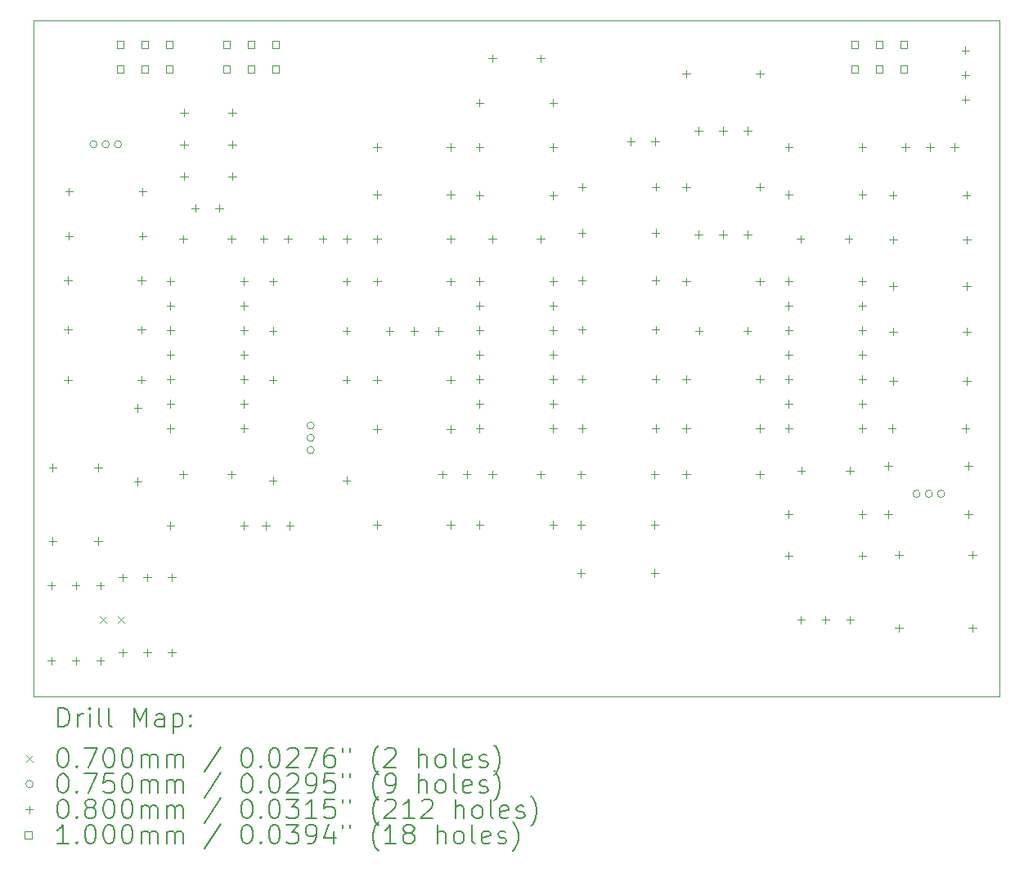
<source format=gbr>
%TF.GenerationSoftware,KiCad,Pcbnew,9.0.7*%
%TF.CreationDate,2026-02-21T19:27:05+01:00*%
%TF.ProjectId,DMH_VCLFO_v2_PCB_Submodule,444d485f-5643-44c4-964f-5f76325f5043,1*%
%TF.SameCoordinates,Original*%
%TF.FileFunction,Drillmap*%
%TF.FilePolarity,Positive*%
%FSLAX45Y45*%
G04 Gerber Fmt 4.5, Leading zero omitted, Abs format (unit mm)*
G04 Created by KiCad (PCBNEW 9.0.7) date 2026-02-21 19:27:05*
%MOMM*%
%LPD*%
G01*
G04 APERTURE LIST*
%ADD10C,0.050000*%
%ADD11C,0.200000*%
%ADD12C,0.100000*%
G04 APERTURE END LIST*
D10*
X5000000Y-3000000D02*
X15000000Y-3000000D01*
X15000000Y-10000000D01*
X5000000Y-10000000D01*
X5000000Y-3000000D01*
D11*
D12*
X5684500Y-9165000D02*
X5754500Y-9235000D01*
X5754500Y-9165000D02*
X5684500Y-9235000D01*
X5874500Y-9165000D02*
X5944500Y-9235000D01*
X5944500Y-9165000D02*
X5874500Y-9235000D01*
X5660500Y-4280000D02*
G75*
G02*
X5585500Y-4280000I-37500J0D01*
G01*
X5585500Y-4280000D02*
G75*
G02*
X5660500Y-4280000I37500J0D01*
G01*
X5787500Y-4280000D02*
G75*
G02*
X5712500Y-4280000I-37500J0D01*
G01*
X5712500Y-4280000D02*
G75*
G02*
X5787500Y-4280000I37500J0D01*
G01*
X5914500Y-4280000D02*
G75*
G02*
X5839500Y-4280000I-37500J0D01*
G01*
X5839500Y-4280000D02*
G75*
G02*
X5914500Y-4280000I37500J0D01*
G01*
X7907500Y-7193000D02*
G75*
G02*
X7832500Y-7193000I-37500J0D01*
G01*
X7832500Y-7193000D02*
G75*
G02*
X7907500Y-7193000I37500J0D01*
G01*
X7907500Y-7320000D02*
G75*
G02*
X7832500Y-7320000I-37500J0D01*
G01*
X7832500Y-7320000D02*
G75*
G02*
X7907500Y-7320000I37500J0D01*
G01*
X7907500Y-7447000D02*
G75*
G02*
X7832500Y-7447000I-37500J0D01*
G01*
X7832500Y-7447000D02*
G75*
G02*
X7907500Y-7447000I37500J0D01*
G01*
X14180500Y-7900000D02*
G75*
G02*
X14105500Y-7900000I-37500J0D01*
G01*
X14105500Y-7900000D02*
G75*
G02*
X14180500Y-7900000I37500J0D01*
G01*
X14307500Y-7900000D02*
G75*
G02*
X14232500Y-7900000I-37500J0D01*
G01*
X14232500Y-7900000D02*
G75*
G02*
X14307500Y-7900000I37500J0D01*
G01*
X14434500Y-7900000D02*
G75*
G02*
X14359500Y-7900000I-37500J0D01*
G01*
X14359500Y-7900000D02*
G75*
G02*
X14434500Y-7900000I37500J0D01*
G01*
X5186000Y-8810000D02*
X5186000Y-8890000D01*
X5146000Y-8850000D02*
X5226000Y-8850000D01*
X5186000Y-9590000D02*
X5186000Y-9670000D01*
X5146000Y-9630000D02*
X5226000Y-9630000D01*
X5200000Y-7589000D02*
X5200000Y-7669000D01*
X5160000Y-7629000D02*
X5240000Y-7629000D01*
X5200000Y-8351000D02*
X5200000Y-8431000D01*
X5160000Y-8391000D02*
X5240000Y-8391000D01*
X5359000Y-5650000D02*
X5359000Y-5730000D01*
X5319000Y-5690000D02*
X5399000Y-5690000D01*
X5359000Y-6160000D02*
X5359000Y-6240000D01*
X5319000Y-6200000D02*
X5399000Y-6200000D01*
X5359000Y-6680000D02*
X5359000Y-6760000D01*
X5319000Y-6720000D02*
X5399000Y-6720000D01*
X5369000Y-4730000D02*
X5369000Y-4810000D01*
X5329000Y-4770000D02*
X5409000Y-4770000D01*
X5369000Y-5190000D02*
X5369000Y-5270000D01*
X5329000Y-5230000D02*
X5409000Y-5230000D01*
X5440000Y-8810000D02*
X5440000Y-8890000D01*
X5400000Y-8850000D02*
X5480000Y-8850000D01*
X5440000Y-9590000D02*
X5440000Y-9670000D01*
X5400000Y-9630000D02*
X5480000Y-9630000D01*
X5670000Y-7589000D02*
X5670000Y-7669000D01*
X5630000Y-7629000D02*
X5710000Y-7629000D01*
X5670000Y-8351000D02*
X5670000Y-8431000D01*
X5630000Y-8391000D02*
X5710000Y-8391000D01*
X5694000Y-8810000D02*
X5694000Y-8890000D01*
X5654000Y-8850000D02*
X5734000Y-8850000D01*
X5694000Y-9590000D02*
X5694000Y-9670000D01*
X5654000Y-9630000D02*
X5734000Y-9630000D01*
X5925000Y-8725000D02*
X5925000Y-8805000D01*
X5885000Y-8765000D02*
X5965000Y-8765000D01*
X5925000Y-9505000D02*
X5925000Y-9585000D01*
X5885000Y-9545000D02*
X5965000Y-9545000D01*
X6080000Y-6969000D02*
X6080000Y-7049000D01*
X6040000Y-7009000D02*
X6120000Y-7009000D01*
X6080000Y-7731000D02*
X6080000Y-7811000D01*
X6040000Y-7771000D02*
X6120000Y-7771000D01*
X6121000Y-5650000D02*
X6121000Y-5730000D01*
X6081000Y-5690000D02*
X6161000Y-5690000D01*
X6121000Y-6160000D02*
X6121000Y-6240000D01*
X6081000Y-6200000D02*
X6161000Y-6200000D01*
X6121000Y-6680000D02*
X6121000Y-6760000D01*
X6081000Y-6720000D02*
X6161000Y-6720000D01*
X6131000Y-4730000D02*
X6131000Y-4810000D01*
X6091000Y-4770000D02*
X6171000Y-4770000D01*
X6131000Y-5190000D02*
X6131000Y-5270000D01*
X6091000Y-5230000D02*
X6171000Y-5230000D01*
X6179000Y-8725000D02*
X6179000Y-8805000D01*
X6139000Y-8765000D02*
X6219000Y-8765000D01*
X6179000Y-9505000D02*
X6179000Y-9585000D01*
X6139000Y-9545000D02*
X6219000Y-9545000D01*
X6419000Y-5657500D02*
X6419000Y-5737500D01*
X6379000Y-5697500D02*
X6459000Y-5697500D01*
X6419000Y-5911500D02*
X6419000Y-5991500D01*
X6379000Y-5951500D02*
X6459000Y-5951500D01*
X6419000Y-6165500D02*
X6419000Y-6245500D01*
X6379000Y-6205500D02*
X6459000Y-6205500D01*
X6419000Y-6419500D02*
X6419000Y-6499500D01*
X6379000Y-6459500D02*
X6459000Y-6459500D01*
X6419000Y-6673500D02*
X6419000Y-6753500D01*
X6379000Y-6713500D02*
X6459000Y-6713500D01*
X6419000Y-6927500D02*
X6419000Y-7007500D01*
X6379000Y-6967500D02*
X6459000Y-6967500D01*
X6419000Y-7181500D02*
X6419000Y-7261500D01*
X6379000Y-7221500D02*
X6459000Y-7221500D01*
X6419000Y-8190000D02*
X6419000Y-8270000D01*
X6379000Y-8230000D02*
X6459000Y-8230000D01*
X6433000Y-8725000D02*
X6433000Y-8805000D01*
X6393000Y-8765000D02*
X6473000Y-8765000D01*
X6433000Y-9505000D02*
X6433000Y-9585000D01*
X6393000Y-9545000D02*
X6473000Y-9545000D01*
X6550000Y-5220000D02*
X6550000Y-5300000D01*
X6510000Y-5260000D02*
X6590000Y-5260000D01*
X6550000Y-7660000D02*
X6550000Y-7740000D01*
X6510000Y-7700000D02*
X6590000Y-7700000D01*
X6560000Y-3910000D02*
X6560000Y-3990000D01*
X6520000Y-3950000D02*
X6600000Y-3950000D01*
X6560000Y-4240000D02*
X6560000Y-4320000D01*
X6520000Y-4280000D02*
X6600000Y-4280000D01*
X6560000Y-4570000D02*
X6560000Y-4650000D01*
X6520000Y-4610000D02*
X6600000Y-4610000D01*
X6675000Y-4900000D02*
X6675000Y-4980000D01*
X6635000Y-4940000D02*
X6715000Y-4940000D01*
X6925000Y-4900000D02*
X6925000Y-4980000D01*
X6885000Y-4940000D02*
X6965000Y-4940000D01*
X7050000Y-5220000D02*
X7050000Y-5300000D01*
X7010000Y-5260000D02*
X7090000Y-5260000D01*
X7050000Y-7660000D02*
X7050000Y-7740000D01*
X7010000Y-7700000D02*
X7090000Y-7700000D01*
X7060000Y-3910000D02*
X7060000Y-3990000D01*
X7020000Y-3950000D02*
X7100000Y-3950000D01*
X7060000Y-4240000D02*
X7060000Y-4320000D01*
X7020000Y-4280000D02*
X7100000Y-4280000D01*
X7060000Y-4570000D02*
X7060000Y-4650000D01*
X7020000Y-4610000D02*
X7100000Y-4610000D01*
X7181000Y-5657500D02*
X7181000Y-5737500D01*
X7141000Y-5697500D02*
X7221000Y-5697500D01*
X7181000Y-5911500D02*
X7181000Y-5991500D01*
X7141000Y-5951500D02*
X7221000Y-5951500D01*
X7181000Y-6165500D02*
X7181000Y-6245500D01*
X7141000Y-6205500D02*
X7221000Y-6205500D01*
X7181000Y-6419500D02*
X7181000Y-6499500D01*
X7141000Y-6459500D02*
X7221000Y-6459500D01*
X7181000Y-6673500D02*
X7181000Y-6753500D01*
X7141000Y-6713500D02*
X7221000Y-6713500D01*
X7181000Y-6927500D02*
X7181000Y-7007500D01*
X7141000Y-6967500D02*
X7221000Y-6967500D01*
X7181000Y-7181500D02*
X7181000Y-7261500D01*
X7141000Y-7221500D02*
X7221000Y-7221500D01*
X7181000Y-8190000D02*
X7181000Y-8270000D01*
X7141000Y-8230000D02*
X7221000Y-8230000D01*
X7385000Y-5220000D02*
X7385000Y-5300000D01*
X7345000Y-5260000D02*
X7425000Y-5260000D01*
X7405000Y-8190000D02*
X7405000Y-8270000D01*
X7365000Y-8230000D02*
X7445000Y-8230000D01*
X7479000Y-5660000D02*
X7479000Y-5740000D01*
X7439000Y-5700000D02*
X7519000Y-5700000D01*
X7479000Y-6170000D02*
X7479000Y-6250000D01*
X7439000Y-6210000D02*
X7519000Y-6210000D01*
X7479000Y-6680000D02*
X7479000Y-6760000D01*
X7439000Y-6720000D02*
X7519000Y-6720000D01*
X7479000Y-7720000D02*
X7479000Y-7800000D01*
X7439000Y-7760000D02*
X7519000Y-7760000D01*
X7635000Y-5220000D02*
X7635000Y-5300000D01*
X7595000Y-5260000D02*
X7675000Y-5260000D01*
X7655000Y-8190000D02*
X7655000Y-8270000D01*
X7615000Y-8230000D02*
X7695000Y-8230000D01*
X7995000Y-5220000D02*
X7995000Y-5300000D01*
X7955000Y-5260000D02*
X8035000Y-5260000D01*
X8241000Y-5660000D02*
X8241000Y-5740000D01*
X8201000Y-5700000D02*
X8281000Y-5700000D01*
X8241000Y-6170000D02*
X8241000Y-6250000D01*
X8201000Y-6210000D02*
X8281000Y-6210000D01*
X8241000Y-6680000D02*
X8241000Y-6760000D01*
X8201000Y-6720000D02*
X8281000Y-6720000D01*
X8241000Y-7720000D02*
X8241000Y-7800000D01*
X8201000Y-7760000D02*
X8281000Y-7760000D01*
X8245000Y-5220000D02*
X8245000Y-5300000D01*
X8205000Y-5260000D02*
X8285000Y-5260000D01*
X8559000Y-4270000D02*
X8559000Y-4350000D01*
X8519000Y-4310000D02*
X8599000Y-4310000D01*
X8559000Y-4760000D02*
X8559000Y-4840000D01*
X8519000Y-4800000D02*
X8599000Y-4800000D01*
X8559000Y-5220000D02*
X8559000Y-5300000D01*
X8519000Y-5260000D02*
X8599000Y-5260000D01*
X8559000Y-5660000D02*
X8559000Y-5740000D01*
X8519000Y-5700000D02*
X8599000Y-5700000D01*
X8559000Y-6680000D02*
X8559000Y-6760000D01*
X8519000Y-6720000D02*
X8599000Y-6720000D01*
X8559000Y-7190000D02*
X8559000Y-7270000D01*
X8519000Y-7230000D02*
X8599000Y-7230000D01*
X8559000Y-8180000D02*
X8559000Y-8260000D01*
X8519000Y-8220000D02*
X8599000Y-8220000D01*
X8687000Y-6175000D02*
X8687000Y-6255000D01*
X8647000Y-6215000D02*
X8727000Y-6215000D01*
X8941000Y-6175000D02*
X8941000Y-6255000D01*
X8901000Y-6215000D02*
X8981000Y-6215000D01*
X9195000Y-6175000D02*
X9195000Y-6255000D01*
X9155000Y-6215000D02*
X9235000Y-6215000D01*
X9235000Y-7660000D02*
X9235000Y-7740000D01*
X9195000Y-7700000D02*
X9275000Y-7700000D01*
X9321000Y-4270000D02*
X9321000Y-4350000D01*
X9281000Y-4310000D02*
X9361000Y-4310000D01*
X9321000Y-4760000D02*
X9321000Y-4840000D01*
X9281000Y-4800000D02*
X9361000Y-4800000D01*
X9321000Y-5220000D02*
X9321000Y-5300000D01*
X9281000Y-5260000D02*
X9361000Y-5260000D01*
X9321000Y-5660000D02*
X9321000Y-5740000D01*
X9281000Y-5700000D02*
X9361000Y-5700000D01*
X9321000Y-6680000D02*
X9321000Y-6760000D01*
X9281000Y-6720000D02*
X9361000Y-6720000D01*
X9321000Y-7190000D02*
X9321000Y-7270000D01*
X9281000Y-7230000D02*
X9361000Y-7230000D01*
X9321000Y-8180000D02*
X9321000Y-8260000D01*
X9281000Y-8220000D02*
X9361000Y-8220000D01*
X9485000Y-7660000D02*
X9485000Y-7740000D01*
X9445000Y-7700000D02*
X9525000Y-7700000D01*
X9619000Y-3810000D02*
X9619000Y-3890000D01*
X9579000Y-3850000D02*
X9659000Y-3850000D01*
X9619000Y-4270000D02*
X9619000Y-4350000D01*
X9579000Y-4310000D02*
X9659000Y-4310000D01*
X9619000Y-4770000D02*
X9619000Y-4850000D01*
X9579000Y-4810000D02*
X9659000Y-4810000D01*
X9619000Y-5657500D02*
X9619000Y-5737500D01*
X9579000Y-5697500D02*
X9659000Y-5697500D01*
X9619000Y-5911500D02*
X9619000Y-5991500D01*
X9579000Y-5951500D02*
X9659000Y-5951500D01*
X9619000Y-6165500D02*
X9619000Y-6245500D01*
X9579000Y-6205500D02*
X9659000Y-6205500D01*
X9619000Y-6419500D02*
X9619000Y-6499500D01*
X9579000Y-6459500D02*
X9659000Y-6459500D01*
X9619000Y-6673500D02*
X9619000Y-6753500D01*
X9579000Y-6713500D02*
X9659000Y-6713500D01*
X9619000Y-6927500D02*
X9619000Y-7007500D01*
X9579000Y-6967500D02*
X9659000Y-6967500D01*
X9619000Y-7181500D02*
X9619000Y-7261500D01*
X9579000Y-7221500D02*
X9659000Y-7221500D01*
X9619000Y-8180000D02*
X9619000Y-8260000D01*
X9579000Y-8220000D02*
X9659000Y-8220000D01*
X9750000Y-3350000D02*
X9750000Y-3430000D01*
X9710000Y-3390000D02*
X9790000Y-3390000D01*
X9750000Y-5220000D02*
X9750000Y-5300000D01*
X9710000Y-5260000D02*
X9790000Y-5260000D01*
X9750000Y-7660000D02*
X9750000Y-7740000D01*
X9710000Y-7700000D02*
X9790000Y-7700000D01*
X10250000Y-3350000D02*
X10250000Y-3430000D01*
X10210000Y-3390000D02*
X10290000Y-3390000D01*
X10250000Y-5220000D02*
X10250000Y-5300000D01*
X10210000Y-5260000D02*
X10290000Y-5260000D01*
X10250000Y-7660000D02*
X10250000Y-7740000D01*
X10210000Y-7700000D02*
X10290000Y-7700000D01*
X10381000Y-3810000D02*
X10381000Y-3890000D01*
X10341000Y-3850000D02*
X10421000Y-3850000D01*
X10381000Y-4270000D02*
X10381000Y-4350000D01*
X10341000Y-4310000D02*
X10421000Y-4310000D01*
X10381000Y-4770000D02*
X10381000Y-4850000D01*
X10341000Y-4810000D02*
X10421000Y-4810000D01*
X10381000Y-5657500D02*
X10381000Y-5737500D01*
X10341000Y-5697500D02*
X10421000Y-5697500D01*
X10381000Y-5911500D02*
X10381000Y-5991500D01*
X10341000Y-5951500D02*
X10421000Y-5951500D01*
X10381000Y-6165500D02*
X10381000Y-6245500D01*
X10341000Y-6205500D02*
X10421000Y-6205500D01*
X10381000Y-6419500D02*
X10381000Y-6499500D01*
X10341000Y-6459500D02*
X10421000Y-6459500D01*
X10381000Y-6673500D02*
X10381000Y-6753500D01*
X10341000Y-6713500D02*
X10421000Y-6713500D01*
X10381000Y-6927500D02*
X10381000Y-7007500D01*
X10341000Y-6967500D02*
X10421000Y-6967500D01*
X10381000Y-7181500D02*
X10381000Y-7261500D01*
X10341000Y-7221500D02*
X10421000Y-7221500D01*
X10381000Y-8180000D02*
X10381000Y-8260000D01*
X10341000Y-8220000D02*
X10421000Y-8220000D01*
X10669000Y-7660000D02*
X10669000Y-7740000D01*
X10629000Y-7700000D02*
X10709000Y-7700000D01*
X10669000Y-8180000D02*
X10669000Y-8260000D01*
X10629000Y-8220000D02*
X10709000Y-8220000D01*
X10669000Y-8680000D02*
X10669000Y-8760000D01*
X10629000Y-8720000D02*
X10709000Y-8720000D01*
X10679000Y-4680000D02*
X10679000Y-4760000D01*
X10639000Y-4720000D02*
X10719000Y-4720000D01*
X10679000Y-5160000D02*
X10679000Y-5240000D01*
X10639000Y-5200000D02*
X10719000Y-5200000D01*
X10679000Y-5650000D02*
X10679000Y-5730000D01*
X10639000Y-5690000D02*
X10719000Y-5690000D01*
X10679000Y-6160000D02*
X10679000Y-6240000D01*
X10639000Y-6200000D02*
X10719000Y-6200000D01*
X10679000Y-6670000D02*
X10679000Y-6750000D01*
X10639000Y-6710000D02*
X10719000Y-6710000D01*
X10679000Y-7180000D02*
X10679000Y-7260000D01*
X10639000Y-7220000D02*
X10719000Y-7220000D01*
X11185000Y-4210000D02*
X11185000Y-4290000D01*
X11145000Y-4250000D02*
X11225000Y-4250000D01*
X11431000Y-7660000D02*
X11431000Y-7740000D01*
X11391000Y-7700000D02*
X11471000Y-7700000D01*
X11431000Y-8180000D02*
X11431000Y-8260000D01*
X11391000Y-8220000D02*
X11471000Y-8220000D01*
X11431000Y-8680000D02*
X11431000Y-8760000D01*
X11391000Y-8720000D02*
X11471000Y-8720000D01*
X11435000Y-4210000D02*
X11435000Y-4290000D01*
X11395000Y-4250000D02*
X11475000Y-4250000D01*
X11441000Y-4680000D02*
X11441000Y-4760000D01*
X11401000Y-4720000D02*
X11481000Y-4720000D01*
X11441000Y-5160000D02*
X11441000Y-5240000D01*
X11401000Y-5200000D02*
X11481000Y-5200000D01*
X11441000Y-5650000D02*
X11441000Y-5730000D01*
X11401000Y-5690000D02*
X11481000Y-5690000D01*
X11441000Y-6160000D02*
X11441000Y-6240000D01*
X11401000Y-6200000D02*
X11481000Y-6200000D01*
X11441000Y-6670000D02*
X11441000Y-6750000D01*
X11401000Y-6710000D02*
X11481000Y-6710000D01*
X11441000Y-7180000D02*
X11441000Y-7260000D01*
X11401000Y-7220000D02*
X11481000Y-7220000D01*
X11759000Y-3510000D02*
X11759000Y-3590000D01*
X11719000Y-3550000D02*
X11799000Y-3550000D01*
X11759000Y-4680000D02*
X11759000Y-4760000D01*
X11719000Y-4720000D02*
X11799000Y-4720000D01*
X11759000Y-5660000D02*
X11759000Y-5740000D01*
X11719000Y-5700000D02*
X11799000Y-5700000D01*
X11759000Y-6670000D02*
X11759000Y-6750000D01*
X11719000Y-6710000D02*
X11799000Y-6710000D01*
X11759000Y-7180000D02*
X11759000Y-7260000D01*
X11719000Y-7220000D02*
X11799000Y-7220000D01*
X11759000Y-7660000D02*
X11759000Y-7740000D01*
X11719000Y-7700000D02*
X11799000Y-7700000D01*
X11886000Y-4100500D02*
X11886000Y-4180500D01*
X11846000Y-4140500D02*
X11926000Y-4140500D01*
X11886000Y-5175000D02*
X11886000Y-5255000D01*
X11846000Y-5215000D02*
X11926000Y-5215000D01*
X11890000Y-6170000D02*
X11890000Y-6250000D01*
X11850000Y-6210000D02*
X11930000Y-6210000D01*
X12140000Y-4100500D02*
X12140000Y-4180500D01*
X12100000Y-4140500D02*
X12180000Y-4140500D01*
X12140000Y-5175000D02*
X12140000Y-5255000D01*
X12100000Y-5215000D02*
X12180000Y-5215000D01*
X12390000Y-6170000D02*
X12390000Y-6250000D01*
X12350000Y-6210000D02*
X12430000Y-6210000D01*
X12394000Y-4100500D02*
X12394000Y-4180500D01*
X12354000Y-4140500D02*
X12434000Y-4140500D01*
X12394000Y-5175000D02*
X12394000Y-5255000D01*
X12354000Y-5215000D02*
X12434000Y-5215000D01*
X12521000Y-3510000D02*
X12521000Y-3590000D01*
X12481000Y-3550000D02*
X12561000Y-3550000D01*
X12521000Y-4680000D02*
X12521000Y-4760000D01*
X12481000Y-4720000D02*
X12561000Y-4720000D01*
X12521000Y-5660000D02*
X12521000Y-5740000D01*
X12481000Y-5700000D02*
X12561000Y-5700000D01*
X12521000Y-6670000D02*
X12521000Y-6750000D01*
X12481000Y-6710000D02*
X12561000Y-6710000D01*
X12521000Y-7180000D02*
X12521000Y-7260000D01*
X12481000Y-7220000D02*
X12561000Y-7220000D01*
X12521000Y-7660000D02*
X12521000Y-7740000D01*
X12481000Y-7700000D02*
X12561000Y-7700000D01*
X12819000Y-4270000D02*
X12819000Y-4350000D01*
X12779000Y-4310000D02*
X12859000Y-4310000D01*
X12819000Y-4760000D02*
X12819000Y-4840000D01*
X12779000Y-4800000D02*
X12859000Y-4800000D01*
X12819000Y-5657500D02*
X12819000Y-5737500D01*
X12779000Y-5697500D02*
X12859000Y-5697500D01*
X12819000Y-5911500D02*
X12819000Y-5991500D01*
X12779000Y-5951500D02*
X12859000Y-5951500D01*
X12819000Y-6165500D02*
X12819000Y-6245500D01*
X12779000Y-6205500D02*
X12859000Y-6205500D01*
X12819000Y-6419500D02*
X12819000Y-6499500D01*
X12779000Y-6459500D02*
X12859000Y-6459500D01*
X12819000Y-6673500D02*
X12819000Y-6753500D01*
X12779000Y-6713500D02*
X12859000Y-6713500D01*
X12819000Y-6927500D02*
X12819000Y-7007500D01*
X12779000Y-6967500D02*
X12859000Y-6967500D01*
X12819000Y-7181500D02*
X12819000Y-7261500D01*
X12779000Y-7221500D02*
X12859000Y-7221500D01*
X12819000Y-8070000D02*
X12819000Y-8150000D01*
X12779000Y-8110000D02*
X12859000Y-8110000D01*
X12819000Y-8500000D02*
X12819000Y-8580000D01*
X12779000Y-8540000D02*
X12859000Y-8540000D01*
X12940000Y-5220000D02*
X12940000Y-5300000D01*
X12900000Y-5260000D02*
X12980000Y-5260000D01*
X12946000Y-9165000D02*
X12946000Y-9245000D01*
X12906000Y-9205000D02*
X12986000Y-9205000D01*
X12950000Y-7620000D02*
X12950000Y-7700000D01*
X12910000Y-7660000D02*
X12990000Y-7660000D01*
X13200000Y-9165000D02*
X13200000Y-9245000D01*
X13160000Y-9205000D02*
X13240000Y-9205000D01*
X13440000Y-5220000D02*
X13440000Y-5300000D01*
X13400000Y-5260000D02*
X13480000Y-5260000D01*
X13450000Y-7620000D02*
X13450000Y-7700000D01*
X13410000Y-7660000D02*
X13490000Y-7660000D01*
X13454000Y-9165000D02*
X13454000Y-9245000D01*
X13414000Y-9205000D02*
X13494000Y-9205000D01*
X13581000Y-4270000D02*
X13581000Y-4350000D01*
X13541000Y-4310000D02*
X13621000Y-4310000D01*
X13581000Y-4760000D02*
X13581000Y-4840000D01*
X13541000Y-4800000D02*
X13621000Y-4800000D01*
X13581000Y-5657500D02*
X13581000Y-5737500D01*
X13541000Y-5697500D02*
X13621000Y-5697500D01*
X13581000Y-5911500D02*
X13581000Y-5991500D01*
X13541000Y-5951500D02*
X13621000Y-5951500D01*
X13581000Y-6165500D02*
X13581000Y-6245500D01*
X13541000Y-6205500D02*
X13621000Y-6205500D01*
X13581000Y-6419500D02*
X13581000Y-6499500D01*
X13541000Y-6459500D02*
X13621000Y-6459500D01*
X13581000Y-6673500D02*
X13581000Y-6753500D01*
X13541000Y-6713500D02*
X13621000Y-6713500D01*
X13581000Y-6927500D02*
X13581000Y-7007500D01*
X13541000Y-6967500D02*
X13621000Y-6967500D01*
X13581000Y-7181500D02*
X13581000Y-7261500D01*
X13541000Y-7221500D02*
X13621000Y-7221500D01*
X13581000Y-8070000D02*
X13581000Y-8150000D01*
X13541000Y-8110000D02*
X13621000Y-8110000D01*
X13581000Y-8500000D02*
X13581000Y-8580000D01*
X13541000Y-8540000D02*
X13621000Y-8540000D01*
X13850000Y-7570000D02*
X13850000Y-7650000D01*
X13810000Y-7610000D02*
X13890000Y-7610000D01*
X13850000Y-8070000D02*
X13850000Y-8150000D01*
X13810000Y-8110000D02*
X13890000Y-8110000D01*
X13889000Y-7180000D02*
X13889000Y-7260000D01*
X13849000Y-7220000D02*
X13929000Y-7220000D01*
X13898000Y-4765000D02*
X13898000Y-4845000D01*
X13858000Y-4805000D02*
X13938000Y-4805000D01*
X13899000Y-5230000D02*
X13899000Y-5310000D01*
X13859000Y-5270000D02*
X13939000Y-5270000D01*
X13899000Y-5710000D02*
X13899000Y-5790000D01*
X13859000Y-5750000D02*
X13939000Y-5750000D01*
X13899000Y-6180000D02*
X13899000Y-6260000D01*
X13859000Y-6220000D02*
X13939000Y-6220000D01*
X13899000Y-6690000D02*
X13899000Y-6770000D01*
X13859000Y-6730000D02*
X13939000Y-6730000D01*
X13959000Y-8490000D02*
X13959000Y-8570000D01*
X13919000Y-8530000D02*
X13999000Y-8530000D01*
X13959000Y-9250000D02*
X13959000Y-9330000D01*
X13919000Y-9290000D02*
X13999000Y-9290000D01*
X14026000Y-4270000D02*
X14026000Y-4350000D01*
X13986000Y-4310000D02*
X14066000Y-4310000D01*
X14280000Y-4270000D02*
X14280000Y-4350000D01*
X14240000Y-4310000D02*
X14320000Y-4310000D01*
X14534000Y-4270000D02*
X14534000Y-4350000D01*
X14494000Y-4310000D02*
X14574000Y-4310000D01*
X14649500Y-3266000D02*
X14649500Y-3346000D01*
X14609500Y-3306000D02*
X14689500Y-3306000D01*
X14649500Y-3520000D02*
X14649500Y-3600000D01*
X14609500Y-3560000D02*
X14689500Y-3560000D01*
X14649500Y-3774000D02*
X14649500Y-3854000D01*
X14609500Y-3814000D02*
X14689500Y-3814000D01*
X14651000Y-7180000D02*
X14651000Y-7260000D01*
X14611000Y-7220000D02*
X14691000Y-7220000D01*
X14660000Y-4765000D02*
X14660000Y-4845000D01*
X14620000Y-4805000D02*
X14700000Y-4805000D01*
X14661000Y-5230000D02*
X14661000Y-5310000D01*
X14621000Y-5270000D02*
X14701000Y-5270000D01*
X14661000Y-5710000D02*
X14661000Y-5790000D01*
X14621000Y-5750000D02*
X14701000Y-5750000D01*
X14661000Y-6180000D02*
X14661000Y-6260000D01*
X14621000Y-6220000D02*
X14701000Y-6220000D01*
X14661000Y-6690000D02*
X14661000Y-6770000D01*
X14621000Y-6730000D02*
X14701000Y-6730000D01*
X14680000Y-7570000D02*
X14680000Y-7650000D01*
X14640000Y-7610000D02*
X14720000Y-7610000D01*
X14680000Y-8070000D02*
X14680000Y-8150000D01*
X14640000Y-8110000D02*
X14720000Y-8110000D01*
X14721000Y-8490000D02*
X14721000Y-8570000D01*
X14681000Y-8530000D02*
X14761000Y-8530000D01*
X14721000Y-9250000D02*
X14721000Y-9330000D01*
X14681000Y-9290000D02*
X14761000Y-9290000D01*
X5935356Y-3281356D02*
X5935356Y-3210644D01*
X5864644Y-3210644D01*
X5864644Y-3281356D01*
X5935356Y-3281356D01*
X5935356Y-3535356D02*
X5935356Y-3464644D01*
X5864644Y-3464644D01*
X5864644Y-3535356D01*
X5935356Y-3535356D01*
X6189356Y-3281356D02*
X6189356Y-3210644D01*
X6118644Y-3210644D01*
X6118644Y-3281356D01*
X6189356Y-3281356D01*
X6189356Y-3535356D02*
X6189356Y-3464644D01*
X6118644Y-3464644D01*
X6118644Y-3535356D01*
X6189356Y-3535356D01*
X6443356Y-3281356D02*
X6443356Y-3210644D01*
X6372644Y-3210644D01*
X6372644Y-3281356D01*
X6443356Y-3281356D01*
X6443356Y-3535356D02*
X6443356Y-3464644D01*
X6372644Y-3464644D01*
X6372644Y-3535356D01*
X6443356Y-3535356D01*
X7035356Y-3281356D02*
X7035356Y-3210644D01*
X6964644Y-3210644D01*
X6964644Y-3281356D01*
X7035356Y-3281356D01*
X7035356Y-3535356D02*
X7035356Y-3464644D01*
X6964644Y-3464644D01*
X6964644Y-3535356D01*
X7035356Y-3535356D01*
X7289356Y-3281356D02*
X7289356Y-3210644D01*
X7218644Y-3210644D01*
X7218644Y-3281356D01*
X7289356Y-3281356D01*
X7289356Y-3535356D02*
X7289356Y-3464644D01*
X7218644Y-3464644D01*
X7218644Y-3535356D01*
X7289356Y-3535356D01*
X7543356Y-3281356D02*
X7543356Y-3210644D01*
X7472644Y-3210644D01*
X7472644Y-3281356D01*
X7543356Y-3281356D01*
X7543356Y-3535356D02*
X7543356Y-3464644D01*
X7472644Y-3464644D01*
X7472644Y-3535356D01*
X7543356Y-3535356D01*
X13535356Y-3281356D02*
X13535356Y-3210644D01*
X13464644Y-3210644D01*
X13464644Y-3281356D01*
X13535356Y-3281356D01*
X13535356Y-3535356D02*
X13535356Y-3464644D01*
X13464644Y-3464644D01*
X13464644Y-3535356D01*
X13535356Y-3535356D01*
X13789356Y-3281356D02*
X13789356Y-3210644D01*
X13718644Y-3210644D01*
X13718644Y-3281356D01*
X13789356Y-3281356D01*
X13789356Y-3535356D02*
X13789356Y-3464644D01*
X13718644Y-3464644D01*
X13718644Y-3535356D01*
X13789356Y-3535356D01*
X14043356Y-3281356D02*
X14043356Y-3210644D01*
X13972644Y-3210644D01*
X13972644Y-3281356D01*
X14043356Y-3281356D01*
X14043356Y-3535356D02*
X14043356Y-3464644D01*
X13972644Y-3464644D01*
X13972644Y-3535356D01*
X14043356Y-3535356D01*
D11*
X5258277Y-10313984D02*
X5258277Y-10113984D01*
X5258277Y-10113984D02*
X5305896Y-10113984D01*
X5305896Y-10113984D02*
X5334467Y-10123508D01*
X5334467Y-10123508D02*
X5353515Y-10142555D01*
X5353515Y-10142555D02*
X5363039Y-10161603D01*
X5363039Y-10161603D02*
X5372563Y-10199698D01*
X5372563Y-10199698D02*
X5372563Y-10228270D01*
X5372563Y-10228270D02*
X5363039Y-10266365D01*
X5363039Y-10266365D02*
X5353515Y-10285412D01*
X5353515Y-10285412D02*
X5334467Y-10304460D01*
X5334467Y-10304460D02*
X5305896Y-10313984D01*
X5305896Y-10313984D02*
X5258277Y-10313984D01*
X5458277Y-10313984D02*
X5458277Y-10180650D01*
X5458277Y-10218746D02*
X5467801Y-10199698D01*
X5467801Y-10199698D02*
X5477324Y-10190174D01*
X5477324Y-10190174D02*
X5496372Y-10180650D01*
X5496372Y-10180650D02*
X5515420Y-10180650D01*
X5582086Y-10313984D02*
X5582086Y-10180650D01*
X5582086Y-10113984D02*
X5572563Y-10123508D01*
X5572563Y-10123508D02*
X5582086Y-10133031D01*
X5582086Y-10133031D02*
X5591610Y-10123508D01*
X5591610Y-10123508D02*
X5582086Y-10113984D01*
X5582086Y-10113984D02*
X5582086Y-10133031D01*
X5705896Y-10313984D02*
X5686848Y-10304460D01*
X5686848Y-10304460D02*
X5677324Y-10285412D01*
X5677324Y-10285412D02*
X5677324Y-10113984D01*
X5810658Y-10313984D02*
X5791610Y-10304460D01*
X5791610Y-10304460D02*
X5782086Y-10285412D01*
X5782086Y-10285412D02*
X5782086Y-10113984D01*
X6039229Y-10313984D02*
X6039229Y-10113984D01*
X6039229Y-10113984D02*
X6105896Y-10256841D01*
X6105896Y-10256841D02*
X6172562Y-10113984D01*
X6172562Y-10113984D02*
X6172562Y-10313984D01*
X6353515Y-10313984D02*
X6353515Y-10209222D01*
X6353515Y-10209222D02*
X6343991Y-10190174D01*
X6343991Y-10190174D02*
X6324943Y-10180650D01*
X6324943Y-10180650D02*
X6286848Y-10180650D01*
X6286848Y-10180650D02*
X6267801Y-10190174D01*
X6353515Y-10304460D02*
X6334467Y-10313984D01*
X6334467Y-10313984D02*
X6286848Y-10313984D01*
X6286848Y-10313984D02*
X6267801Y-10304460D01*
X6267801Y-10304460D02*
X6258277Y-10285412D01*
X6258277Y-10285412D02*
X6258277Y-10266365D01*
X6258277Y-10266365D02*
X6267801Y-10247317D01*
X6267801Y-10247317D02*
X6286848Y-10237793D01*
X6286848Y-10237793D02*
X6334467Y-10237793D01*
X6334467Y-10237793D02*
X6353515Y-10228270D01*
X6448753Y-10180650D02*
X6448753Y-10380650D01*
X6448753Y-10190174D02*
X6467801Y-10180650D01*
X6467801Y-10180650D02*
X6505896Y-10180650D01*
X6505896Y-10180650D02*
X6524943Y-10190174D01*
X6524943Y-10190174D02*
X6534467Y-10199698D01*
X6534467Y-10199698D02*
X6543991Y-10218746D01*
X6543991Y-10218746D02*
X6543991Y-10275889D01*
X6543991Y-10275889D02*
X6534467Y-10294936D01*
X6534467Y-10294936D02*
X6524943Y-10304460D01*
X6524943Y-10304460D02*
X6505896Y-10313984D01*
X6505896Y-10313984D02*
X6467801Y-10313984D01*
X6467801Y-10313984D02*
X6448753Y-10304460D01*
X6629705Y-10294936D02*
X6639229Y-10304460D01*
X6639229Y-10304460D02*
X6629705Y-10313984D01*
X6629705Y-10313984D02*
X6620182Y-10304460D01*
X6620182Y-10304460D02*
X6629705Y-10294936D01*
X6629705Y-10294936D02*
X6629705Y-10313984D01*
X6629705Y-10190174D02*
X6639229Y-10199698D01*
X6639229Y-10199698D02*
X6629705Y-10209222D01*
X6629705Y-10209222D02*
X6620182Y-10199698D01*
X6620182Y-10199698D02*
X6629705Y-10190174D01*
X6629705Y-10190174D02*
X6629705Y-10209222D01*
D12*
X4927500Y-10607500D02*
X4997500Y-10677500D01*
X4997500Y-10607500D02*
X4927500Y-10677500D01*
D11*
X5296372Y-10533984D02*
X5315420Y-10533984D01*
X5315420Y-10533984D02*
X5334467Y-10543508D01*
X5334467Y-10543508D02*
X5343991Y-10553031D01*
X5343991Y-10553031D02*
X5353515Y-10572079D01*
X5353515Y-10572079D02*
X5363039Y-10610174D01*
X5363039Y-10610174D02*
X5363039Y-10657793D01*
X5363039Y-10657793D02*
X5353515Y-10695889D01*
X5353515Y-10695889D02*
X5343991Y-10714936D01*
X5343991Y-10714936D02*
X5334467Y-10724460D01*
X5334467Y-10724460D02*
X5315420Y-10733984D01*
X5315420Y-10733984D02*
X5296372Y-10733984D01*
X5296372Y-10733984D02*
X5277324Y-10724460D01*
X5277324Y-10724460D02*
X5267801Y-10714936D01*
X5267801Y-10714936D02*
X5258277Y-10695889D01*
X5258277Y-10695889D02*
X5248753Y-10657793D01*
X5248753Y-10657793D02*
X5248753Y-10610174D01*
X5248753Y-10610174D02*
X5258277Y-10572079D01*
X5258277Y-10572079D02*
X5267801Y-10553031D01*
X5267801Y-10553031D02*
X5277324Y-10543508D01*
X5277324Y-10543508D02*
X5296372Y-10533984D01*
X5448753Y-10714936D02*
X5458277Y-10724460D01*
X5458277Y-10724460D02*
X5448753Y-10733984D01*
X5448753Y-10733984D02*
X5439229Y-10724460D01*
X5439229Y-10724460D02*
X5448753Y-10714936D01*
X5448753Y-10714936D02*
X5448753Y-10733984D01*
X5524944Y-10533984D02*
X5658277Y-10533984D01*
X5658277Y-10533984D02*
X5572563Y-10733984D01*
X5772562Y-10533984D02*
X5791610Y-10533984D01*
X5791610Y-10533984D02*
X5810658Y-10543508D01*
X5810658Y-10543508D02*
X5820182Y-10553031D01*
X5820182Y-10553031D02*
X5829705Y-10572079D01*
X5829705Y-10572079D02*
X5839229Y-10610174D01*
X5839229Y-10610174D02*
X5839229Y-10657793D01*
X5839229Y-10657793D02*
X5829705Y-10695889D01*
X5829705Y-10695889D02*
X5820182Y-10714936D01*
X5820182Y-10714936D02*
X5810658Y-10724460D01*
X5810658Y-10724460D02*
X5791610Y-10733984D01*
X5791610Y-10733984D02*
X5772562Y-10733984D01*
X5772562Y-10733984D02*
X5753515Y-10724460D01*
X5753515Y-10724460D02*
X5743991Y-10714936D01*
X5743991Y-10714936D02*
X5734467Y-10695889D01*
X5734467Y-10695889D02*
X5724943Y-10657793D01*
X5724943Y-10657793D02*
X5724943Y-10610174D01*
X5724943Y-10610174D02*
X5734467Y-10572079D01*
X5734467Y-10572079D02*
X5743991Y-10553031D01*
X5743991Y-10553031D02*
X5753515Y-10543508D01*
X5753515Y-10543508D02*
X5772562Y-10533984D01*
X5963039Y-10533984D02*
X5982086Y-10533984D01*
X5982086Y-10533984D02*
X6001134Y-10543508D01*
X6001134Y-10543508D02*
X6010658Y-10553031D01*
X6010658Y-10553031D02*
X6020182Y-10572079D01*
X6020182Y-10572079D02*
X6029705Y-10610174D01*
X6029705Y-10610174D02*
X6029705Y-10657793D01*
X6029705Y-10657793D02*
X6020182Y-10695889D01*
X6020182Y-10695889D02*
X6010658Y-10714936D01*
X6010658Y-10714936D02*
X6001134Y-10724460D01*
X6001134Y-10724460D02*
X5982086Y-10733984D01*
X5982086Y-10733984D02*
X5963039Y-10733984D01*
X5963039Y-10733984D02*
X5943991Y-10724460D01*
X5943991Y-10724460D02*
X5934467Y-10714936D01*
X5934467Y-10714936D02*
X5924943Y-10695889D01*
X5924943Y-10695889D02*
X5915420Y-10657793D01*
X5915420Y-10657793D02*
X5915420Y-10610174D01*
X5915420Y-10610174D02*
X5924943Y-10572079D01*
X5924943Y-10572079D02*
X5934467Y-10553031D01*
X5934467Y-10553031D02*
X5943991Y-10543508D01*
X5943991Y-10543508D02*
X5963039Y-10533984D01*
X6115420Y-10733984D02*
X6115420Y-10600650D01*
X6115420Y-10619698D02*
X6124943Y-10610174D01*
X6124943Y-10610174D02*
X6143991Y-10600650D01*
X6143991Y-10600650D02*
X6172563Y-10600650D01*
X6172563Y-10600650D02*
X6191610Y-10610174D01*
X6191610Y-10610174D02*
X6201134Y-10629222D01*
X6201134Y-10629222D02*
X6201134Y-10733984D01*
X6201134Y-10629222D02*
X6210658Y-10610174D01*
X6210658Y-10610174D02*
X6229705Y-10600650D01*
X6229705Y-10600650D02*
X6258277Y-10600650D01*
X6258277Y-10600650D02*
X6277324Y-10610174D01*
X6277324Y-10610174D02*
X6286848Y-10629222D01*
X6286848Y-10629222D02*
X6286848Y-10733984D01*
X6382086Y-10733984D02*
X6382086Y-10600650D01*
X6382086Y-10619698D02*
X6391610Y-10610174D01*
X6391610Y-10610174D02*
X6410658Y-10600650D01*
X6410658Y-10600650D02*
X6439229Y-10600650D01*
X6439229Y-10600650D02*
X6458277Y-10610174D01*
X6458277Y-10610174D02*
X6467801Y-10629222D01*
X6467801Y-10629222D02*
X6467801Y-10733984D01*
X6467801Y-10629222D02*
X6477324Y-10610174D01*
X6477324Y-10610174D02*
X6496372Y-10600650D01*
X6496372Y-10600650D02*
X6524943Y-10600650D01*
X6524943Y-10600650D02*
X6543991Y-10610174D01*
X6543991Y-10610174D02*
X6553515Y-10629222D01*
X6553515Y-10629222D02*
X6553515Y-10733984D01*
X6943991Y-10524460D02*
X6772563Y-10781603D01*
X7201134Y-10533984D02*
X7220182Y-10533984D01*
X7220182Y-10533984D02*
X7239229Y-10543508D01*
X7239229Y-10543508D02*
X7248753Y-10553031D01*
X7248753Y-10553031D02*
X7258277Y-10572079D01*
X7258277Y-10572079D02*
X7267801Y-10610174D01*
X7267801Y-10610174D02*
X7267801Y-10657793D01*
X7267801Y-10657793D02*
X7258277Y-10695889D01*
X7258277Y-10695889D02*
X7248753Y-10714936D01*
X7248753Y-10714936D02*
X7239229Y-10724460D01*
X7239229Y-10724460D02*
X7220182Y-10733984D01*
X7220182Y-10733984D02*
X7201134Y-10733984D01*
X7201134Y-10733984D02*
X7182086Y-10724460D01*
X7182086Y-10724460D02*
X7172563Y-10714936D01*
X7172563Y-10714936D02*
X7163039Y-10695889D01*
X7163039Y-10695889D02*
X7153515Y-10657793D01*
X7153515Y-10657793D02*
X7153515Y-10610174D01*
X7153515Y-10610174D02*
X7163039Y-10572079D01*
X7163039Y-10572079D02*
X7172563Y-10553031D01*
X7172563Y-10553031D02*
X7182086Y-10543508D01*
X7182086Y-10543508D02*
X7201134Y-10533984D01*
X7353515Y-10714936D02*
X7363039Y-10724460D01*
X7363039Y-10724460D02*
X7353515Y-10733984D01*
X7353515Y-10733984D02*
X7343991Y-10724460D01*
X7343991Y-10724460D02*
X7353515Y-10714936D01*
X7353515Y-10714936D02*
X7353515Y-10733984D01*
X7486848Y-10533984D02*
X7505896Y-10533984D01*
X7505896Y-10533984D02*
X7524944Y-10543508D01*
X7524944Y-10543508D02*
X7534467Y-10553031D01*
X7534467Y-10553031D02*
X7543991Y-10572079D01*
X7543991Y-10572079D02*
X7553515Y-10610174D01*
X7553515Y-10610174D02*
X7553515Y-10657793D01*
X7553515Y-10657793D02*
X7543991Y-10695889D01*
X7543991Y-10695889D02*
X7534467Y-10714936D01*
X7534467Y-10714936D02*
X7524944Y-10724460D01*
X7524944Y-10724460D02*
X7505896Y-10733984D01*
X7505896Y-10733984D02*
X7486848Y-10733984D01*
X7486848Y-10733984D02*
X7467801Y-10724460D01*
X7467801Y-10724460D02*
X7458277Y-10714936D01*
X7458277Y-10714936D02*
X7448753Y-10695889D01*
X7448753Y-10695889D02*
X7439229Y-10657793D01*
X7439229Y-10657793D02*
X7439229Y-10610174D01*
X7439229Y-10610174D02*
X7448753Y-10572079D01*
X7448753Y-10572079D02*
X7458277Y-10553031D01*
X7458277Y-10553031D02*
X7467801Y-10543508D01*
X7467801Y-10543508D02*
X7486848Y-10533984D01*
X7629706Y-10553031D02*
X7639229Y-10543508D01*
X7639229Y-10543508D02*
X7658277Y-10533984D01*
X7658277Y-10533984D02*
X7705896Y-10533984D01*
X7705896Y-10533984D02*
X7724944Y-10543508D01*
X7724944Y-10543508D02*
X7734467Y-10553031D01*
X7734467Y-10553031D02*
X7743991Y-10572079D01*
X7743991Y-10572079D02*
X7743991Y-10591127D01*
X7743991Y-10591127D02*
X7734467Y-10619698D01*
X7734467Y-10619698D02*
X7620182Y-10733984D01*
X7620182Y-10733984D02*
X7743991Y-10733984D01*
X7810658Y-10533984D02*
X7943991Y-10533984D01*
X7943991Y-10533984D02*
X7858277Y-10733984D01*
X8105896Y-10533984D02*
X8067801Y-10533984D01*
X8067801Y-10533984D02*
X8048753Y-10543508D01*
X8048753Y-10543508D02*
X8039229Y-10553031D01*
X8039229Y-10553031D02*
X8020182Y-10581603D01*
X8020182Y-10581603D02*
X8010658Y-10619698D01*
X8010658Y-10619698D02*
X8010658Y-10695889D01*
X8010658Y-10695889D02*
X8020182Y-10714936D01*
X8020182Y-10714936D02*
X8029706Y-10724460D01*
X8029706Y-10724460D02*
X8048753Y-10733984D01*
X8048753Y-10733984D02*
X8086848Y-10733984D01*
X8086848Y-10733984D02*
X8105896Y-10724460D01*
X8105896Y-10724460D02*
X8115420Y-10714936D01*
X8115420Y-10714936D02*
X8124944Y-10695889D01*
X8124944Y-10695889D02*
X8124944Y-10648270D01*
X8124944Y-10648270D02*
X8115420Y-10629222D01*
X8115420Y-10629222D02*
X8105896Y-10619698D01*
X8105896Y-10619698D02*
X8086848Y-10610174D01*
X8086848Y-10610174D02*
X8048753Y-10610174D01*
X8048753Y-10610174D02*
X8029706Y-10619698D01*
X8029706Y-10619698D02*
X8020182Y-10629222D01*
X8020182Y-10629222D02*
X8010658Y-10648270D01*
X8201134Y-10533984D02*
X8201134Y-10572079D01*
X8277325Y-10533984D02*
X8277325Y-10572079D01*
X8572563Y-10810174D02*
X8563039Y-10800650D01*
X8563039Y-10800650D02*
X8543991Y-10772079D01*
X8543991Y-10772079D02*
X8534468Y-10753031D01*
X8534468Y-10753031D02*
X8524944Y-10724460D01*
X8524944Y-10724460D02*
X8515420Y-10676841D01*
X8515420Y-10676841D02*
X8515420Y-10638746D01*
X8515420Y-10638746D02*
X8524944Y-10591127D01*
X8524944Y-10591127D02*
X8534468Y-10562555D01*
X8534468Y-10562555D02*
X8543991Y-10543508D01*
X8543991Y-10543508D02*
X8563039Y-10514936D01*
X8563039Y-10514936D02*
X8572563Y-10505412D01*
X8639230Y-10553031D02*
X8648753Y-10543508D01*
X8648753Y-10543508D02*
X8667801Y-10533984D01*
X8667801Y-10533984D02*
X8715420Y-10533984D01*
X8715420Y-10533984D02*
X8734468Y-10543508D01*
X8734468Y-10543508D02*
X8743991Y-10553031D01*
X8743991Y-10553031D02*
X8753515Y-10572079D01*
X8753515Y-10572079D02*
X8753515Y-10591127D01*
X8753515Y-10591127D02*
X8743991Y-10619698D01*
X8743991Y-10619698D02*
X8629706Y-10733984D01*
X8629706Y-10733984D02*
X8753515Y-10733984D01*
X8991611Y-10733984D02*
X8991611Y-10533984D01*
X9077325Y-10733984D02*
X9077325Y-10629222D01*
X9077325Y-10629222D02*
X9067801Y-10610174D01*
X9067801Y-10610174D02*
X9048753Y-10600650D01*
X9048753Y-10600650D02*
X9020182Y-10600650D01*
X9020182Y-10600650D02*
X9001134Y-10610174D01*
X9001134Y-10610174D02*
X8991611Y-10619698D01*
X9201134Y-10733984D02*
X9182087Y-10724460D01*
X9182087Y-10724460D02*
X9172563Y-10714936D01*
X9172563Y-10714936D02*
X9163039Y-10695889D01*
X9163039Y-10695889D02*
X9163039Y-10638746D01*
X9163039Y-10638746D02*
X9172563Y-10619698D01*
X9172563Y-10619698D02*
X9182087Y-10610174D01*
X9182087Y-10610174D02*
X9201134Y-10600650D01*
X9201134Y-10600650D02*
X9229706Y-10600650D01*
X9229706Y-10600650D02*
X9248753Y-10610174D01*
X9248753Y-10610174D02*
X9258277Y-10619698D01*
X9258277Y-10619698D02*
X9267801Y-10638746D01*
X9267801Y-10638746D02*
X9267801Y-10695889D01*
X9267801Y-10695889D02*
X9258277Y-10714936D01*
X9258277Y-10714936D02*
X9248753Y-10724460D01*
X9248753Y-10724460D02*
X9229706Y-10733984D01*
X9229706Y-10733984D02*
X9201134Y-10733984D01*
X9382087Y-10733984D02*
X9363039Y-10724460D01*
X9363039Y-10724460D02*
X9353515Y-10705412D01*
X9353515Y-10705412D02*
X9353515Y-10533984D01*
X9534468Y-10724460D02*
X9515420Y-10733984D01*
X9515420Y-10733984D02*
X9477325Y-10733984D01*
X9477325Y-10733984D02*
X9458277Y-10724460D01*
X9458277Y-10724460D02*
X9448753Y-10705412D01*
X9448753Y-10705412D02*
X9448753Y-10629222D01*
X9448753Y-10629222D02*
X9458277Y-10610174D01*
X9458277Y-10610174D02*
X9477325Y-10600650D01*
X9477325Y-10600650D02*
X9515420Y-10600650D01*
X9515420Y-10600650D02*
X9534468Y-10610174D01*
X9534468Y-10610174D02*
X9543992Y-10629222D01*
X9543992Y-10629222D02*
X9543992Y-10648270D01*
X9543992Y-10648270D02*
X9448753Y-10667317D01*
X9620182Y-10724460D02*
X9639230Y-10733984D01*
X9639230Y-10733984D02*
X9677325Y-10733984D01*
X9677325Y-10733984D02*
X9696373Y-10724460D01*
X9696373Y-10724460D02*
X9705896Y-10705412D01*
X9705896Y-10705412D02*
X9705896Y-10695889D01*
X9705896Y-10695889D02*
X9696373Y-10676841D01*
X9696373Y-10676841D02*
X9677325Y-10667317D01*
X9677325Y-10667317D02*
X9648753Y-10667317D01*
X9648753Y-10667317D02*
X9629706Y-10657793D01*
X9629706Y-10657793D02*
X9620182Y-10638746D01*
X9620182Y-10638746D02*
X9620182Y-10629222D01*
X9620182Y-10629222D02*
X9629706Y-10610174D01*
X9629706Y-10610174D02*
X9648753Y-10600650D01*
X9648753Y-10600650D02*
X9677325Y-10600650D01*
X9677325Y-10600650D02*
X9696373Y-10610174D01*
X9772563Y-10810174D02*
X9782087Y-10800650D01*
X9782087Y-10800650D02*
X9801134Y-10772079D01*
X9801134Y-10772079D02*
X9810658Y-10753031D01*
X9810658Y-10753031D02*
X9820182Y-10724460D01*
X9820182Y-10724460D02*
X9829706Y-10676841D01*
X9829706Y-10676841D02*
X9829706Y-10638746D01*
X9829706Y-10638746D02*
X9820182Y-10591127D01*
X9820182Y-10591127D02*
X9810658Y-10562555D01*
X9810658Y-10562555D02*
X9801134Y-10543508D01*
X9801134Y-10543508D02*
X9782087Y-10514936D01*
X9782087Y-10514936D02*
X9772563Y-10505412D01*
D12*
X4997500Y-10906500D02*
G75*
G02*
X4922500Y-10906500I-37500J0D01*
G01*
X4922500Y-10906500D02*
G75*
G02*
X4997500Y-10906500I37500J0D01*
G01*
D11*
X5296372Y-10797984D02*
X5315420Y-10797984D01*
X5315420Y-10797984D02*
X5334467Y-10807508D01*
X5334467Y-10807508D02*
X5343991Y-10817031D01*
X5343991Y-10817031D02*
X5353515Y-10836079D01*
X5353515Y-10836079D02*
X5363039Y-10874174D01*
X5363039Y-10874174D02*
X5363039Y-10921793D01*
X5363039Y-10921793D02*
X5353515Y-10959889D01*
X5353515Y-10959889D02*
X5343991Y-10978936D01*
X5343991Y-10978936D02*
X5334467Y-10988460D01*
X5334467Y-10988460D02*
X5315420Y-10997984D01*
X5315420Y-10997984D02*
X5296372Y-10997984D01*
X5296372Y-10997984D02*
X5277324Y-10988460D01*
X5277324Y-10988460D02*
X5267801Y-10978936D01*
X5267801Y-10978936D02*
X5258277Y-10959889D01*
X5258277Y-10959889D02*
X5248753Y-10921793D01*
X5248753Y-10921793D02*
X5248753Y-10874174D01*
X5248753Y-10874174D02*
X5258277Y-10836079D01*
X5258277Y-10836079D02*
X5267801Y-10817031D01*
X5267801Y-10817031D02*
X5277324Y-10807508D01*
X5277324Y-10807508D02*
X5296372Y-10797984D01*
X5448753Y-10978936D02*
X5458277Y-10988460D01*
X5458277Y-10988460D02*
X5448753Y-10997984D01*
X5448753Y-10997984D02*
X5439229Y-10988460D01*
X5439229Y-10988460D02*
X5448753Y-10978936D01*
X5448753Y-10978936D02*
X5448753Y-10997984D01*
X5524944Y-10797984D02*
X5658277Y-10797984D01*
X5658277Y-10797984D02*
X5572563Y-10997984D01*
X5829705Y-10797984D02*
X5734467Y-10797984D01*
X5734467Y-10797984D02*
X5724943Y-10893222D01*
X5724943Y-10893222D02*
X5734467Y-10883698D01*
X5734467Y-10883698D02*
X5753515Y-10874174D01*
X5753515Y-10874174D02*
X5801134Y-10874174D01*
X5801134Y-10874174D02*
X5820182Y-10883698D01*
X5820182Y-10883698D02*
X5829705Y-10893222D01*
X5829705Y-10893222D02*
X5839229Y-10912270D01*
X5839229Y-10912270D02*
X5839229Y-10959889D01*
X5839229Y-10959889D02*
X5829705Y-10978936D01*
X5829705Y-10978936D02*
X5820182Y-10988460D01*
X5820182Y-10988460D02*
X5801134Y-10997984D01*
X5801134Y-10997984D02*
X5753515Y-10997984D01*
X5753515Y-10997984D02*
X5734467Y-10988460D01*
X5734467Y-10988460D02*
X5724943Y-10978936D01*
X5963039Y-10797984D02*
X5982086Y-10797984D01*
X5982086Y-10797984D02*
X6001134Y-10807508D01*
X6001134Y-10807508D02*
X6010658Y-10817031D01*
X6010658Y-10817031D02*
X6020182Y-10836079D01*
X6020182Y-10836079D02*
X6029705Y-10874174D01*
X6029705Y-10874174D02*
X6029705Y-10921793D01*
X6029705Y-10921793D02*
X6020182Y-10959889D01*
X6020182Y-10959889D02*
X6010658Y-10978936D01*
X6010658Y-10978936D02*
X6001134Y-10988460D01*
X6001134Y-10988460D02*
X5982086Y-10997984D01*
X5982086Y-10997984D02*
X5963039Y-10997984D01*
X5963039Y-10997984D02*
X5943991Y-10988460D01*
X5943991Y-10988460D02*
X5934467Y-10978936D01*
X5934467Y-10978936D02*
X5924943Y-10959889D01*
X5924943Y-10959889D02*
X5915420Y-10921793D01*
X5915420Y-10921793D02*
X5915420Y-10874174D01*
X5915420Y-10874174D02*
X5924943Y-10836079D01*
X5924943Y-10836079D02*
X5934467Y-10817031D01*
X5934467Y-10817031D02*
X5943991Y-10807508D01*
X5943991Y-10807508D02*
X5963039Y-10797984D01*
X6115420Y-10997984D02*
X6115420Y-10864650D01*
X6115420Y-10883698D02*
X6124943Y-10874174D01*
X6124943Y-10874174D02*
X6143991Y-10864650D01*
X6143991Y-10864650D02*
X6172563Y-10864650D01*
X6172563Y-10864650D02*
X6191610Y-10874174D01*
X6191610Y-10874174D02*
X6201134Y-10893222D01*
X6201134Y-10893222D02*
X6201134Y-10997984D01*
X6201134Y-10893222D02*
X6210658Y-10874174D01*
X6210658Y-10874174D02*
X6229705Y-10864650D01*
X6229705Y-10864650D02*
X6258277Y-10864650D01*
X6258277Y-10864650D02*
X6277324Y-10874174D01*
X6277324Y-10874174D02*
X6286848Y-10893222D01*
X6286848Y-10893222D02*
X6286848Y-10997984D01*
X6382086Y-10997984D02*
X6382086Y-10864650D01*
X6382086Y-10883698D02*
X6391610Y-10874174D01*
X6391610Y-10874174D02*
X6410658Y-10864650D01*
X6410658Y-10864650D02*
X6439229Y-10864650D01*
X6439229Y-10864650D02*
X6458277Y-10874174D01*
X6458277Y-10874174D02*
X6467801Y-10893222D01*
X6467801Y-10893222D02*
X6467801Y-10997984D01*
X6467801Y-10893222D02*
X6477324Y-10874174D01*
X6477324Y-10874174D02*
X6496372Y-10864650D01*
X6496372Y-10864650D02*
X6524943Y-10864650D01*
X6524943Y-10864650D02*
X6543991Y-10874174D01*
X6543991Y-10874174D02*
X6553515Y-10893222D01*
X6553515Y-10893222D02*
X6553515Y-10997984D01*
X6943991Y-10788460D02*
X6772563Y-11045603D01*
X7201134Y-10797984D02*
X7220182Y-10797984D01*
X7220182Y-10797984D02*
X7239229Y-10807508D01*
X7239229Y-10807508D02*
X7248753Y-10817031D01*
X7248753Y-10817031D02*
X7258277Y-10836079D01*
X7258277Y-10836079D02*
X7267801Y-10874174D01*
X7267801Y-10874174D02*
X7267801Y-10921793D01*
X7267801Y-10921793D02*
X7258277Y-10959889D01*
X7258277Y-10959889D02*
X7248753Y-10978936D01*
X7248753Y-10978936D02*
X7239229Y-10988460D01*
X7239229Y-10988460D02*
X7220182Y-10997984D01*
X7220182Y-10997984D02*
X7201134Y-10997984D01*
X7201134Y-10997984D02*
X7182086Y-10988460D01*
X7182086Y-10988460D02*
X7172563Y-10978936D01*
X7172563Y-10978936D02*
X7163039Y-10959889D01*
X7163039Y-10959889D02*
X7153515Y-10921793D01*
X7153515Y-10921793D02*
X7153515Y-10874174D01*
X7153515Y-10874174D02*
X7163039Y-10836079D01*
X7163039Y-10836079D02*
X7172563Y-10817031D01*
X7172563Y-10817031D02*
X7182086Y-10807508D01*
X7182086Y-10807508D02*
X7201134Y-10797984D01*
X7353515Y-10978936D02*
X7363039Y-10988460D01*
X7363039Y-10988460D02*
X7353515Y-10997984D01*
X7353515Y-10997984D02*
X7343991Y-10988460D01*
X7343991Y-10988460D02*
X7353515Y-10978936D01*
X7353515Y-10978936D02*
X7353515Y-10997984D01*
X7486848Y-10797984D02*
X7505896Y-10797984D01*
X7505896Y-10797984D02*
X7524944Y-10807508D01*
X7524944Y-10807508D02*
X7534467Y-10817031D01*
X7534467Y-10817031D02*
X7543991Y-10836079D01*
X7543991Y-10836079D02*
X7553515Y-10874174D01*
X7553515Y-10874174D02*
X7553515Y-10921793D01*
X7553515Y-10921793D02*
X7543991Y-10959889D01*
X7543991Y-10959889D02*
X7534467Y-10978936D01*
X7534467Y-10978936D02*
X7524944Y-10988460D01*
X7524944Y-10988460D02*
X7505896Y-10997984D01*
X7505896Y-10997984D02*
X7486848Y-10997984D01*
X7486848Y-10997984D02*
X7467801Y-10988460D01*
X7467801Y-10988460D02*
X7458277Y-10978936D01*
X7458277Y-10978936D02*
X7448753Y-10959889D01*
X7448753Y-10959889D02*
X7439229Y-10921793D01*
X7439229Y-10921793D02*
X7439229Y-10874174D01*
X7439229Y-10874174D02*
X7448753Y-10836079D01*
X7448753Y-10836079D02*
X7458277Y-10817031D01*
X7458277Y-10817031D02*
X7467801Y-10807508D01*
X7467801Y-10807508D02*
X7486848Y-10797984D01*
X7629706Y-10817031D02*
X7639229Y-10807508D01*
X7639229Y-10807508D02*
X7658277Y-10797984D01*
X7658277Y-10797984D02*
X7705896Y-10797984D01*
X7705896Y-10797984D02*
X7724944Y-10807508D01*
X7724944Y-10807508D02*
X7734467Y-10817031D01*
X7734467Y-10817031D02*
X7743991Y-10836079D01*
X7743991Y-10836079D02*
X7743991Y-10855127D01*
X7743991Y-10855127D02*
X7734467Y-10883698D01*
X7734467Y-10883698D02*
X7620182Y-10997984D01*
X7620182Y-10997984D02*
X7743991Y-10997984D01*
X7839229Y-10997984D02*
X7877325Y-10997984D01*
X7877325Y-10997984D02*
X7896372Y-10988460D01*
X7896372Y-10988460D02*
X7905896Y-10978936D01*
X7905896Y-10978936D02*
X7924944Y-10950365D01*
X7924944Y-10950365D02*
X7934467Y-10912270D01*
X7934467Y-10912270D02*
X7934467Y-10836079D01*
X7934467Y-10836079D02*
X7924944Y-10817031D01*
X7924944Y-10817031D02*
X7915420Y-10807508D01*
X7915420Y-10807508D02*
X7896372Y-10797984D01*
X7896372Y-10797984D02*
X7858277Y-10797984D01*
X7858277Y-10797984D02*
X7839229Y-10807508D01*
X7839229Y-10807508D02*
X7829706Y-10817031D01*
X7829706Y-10817031D02*
X7820182Y-10836079D01*
X7820182Y-10836079D02*
X7820182Y-10883698D01*
X7820182Y-10883698D02*
X7829706Y-10902746D01*
X7829706Y-10902746D02*
X7839229Y-10912270D01*
X7839229Y-10912270D02*
X7858277Y-10921793D01*
X7858277Y-10921793D02*
X7896372Y-10921793D01*
X7896372Y-10921793D02*
X7915420Y-10912270D01*
X7915420Y-10912270D02*
X7924944Y-10902746D01*
X7924944Y-10902746D02*
X7934467Y-10883698D01*
X8115420Y-10797984D02*
X8020182Y-10797984D01*
X8020182Y-10797984D02*
X8010658Y-10893222D01*
X8010658Y-10893222D02*
X8020182Y-10883698D01*
X8020182Y-10883698D02*
X8039229Y-10874174D01*
X8039229Y-10874174D02*
X8086848Y-10874174D01*
X8086848Y-10874174D02*
X8105896Y-10883698D01*
X8105896Y-10883698D02*
X8115420Y-10893222D01*
X8115420Y-10893222D02*
X8124944Y-10912270D01*
X8124944Y-10912270D02*
X8124944Y-10959889D01*
X8124944Y-10959889D02*
X8115420Y-10978936D01*
X8115420Y-10978936D02*
X8105896Y-10988460D01*
X8105896Y-10988460D02*
X8086848Y-10997984D01*
X8086848Y-10997984D02*
X8039229Y-10997984D01*
X8039229Y-10997984D02*
X8020182Y-10988460D01*
X8020182Y-10988460D02*
X8010658Y-10978936D01*
X8201134Y-10797984D02*
X8201134Y-10836079D01*
X8277325Y-10797984D02*
X8277325Y-10836079D01*
X8572563Y-11074174D02*
X8563039Y-11064650D01*
X8563039Y-11064650D02*
X8543991Y-11036079D01*
X8543991Y-11036079D02*
X8534468Y-11017031D01*
X8534468Y-11017031D02*
X8524944Y-10988460D01*
X8524944Y-10988460D02*
X8515420Y-10940841D01*
X8515420Y-10940841D02*
X8515420Y-10902746D01*
X8515420Y-10902746D02*
X8524944Y-10855127D01*
X8524944Y-10855127D02*
X8534468Y-10826555D01*
X8534468Y-10826555D02*
X8543991Y-10807508D01*
X8543991Y-10807508D02*
X8563039Y-10778936D01*
X8563039Y-10778936D02*
X8572563Y-10769412D01*
X8658277Y-10997984D02*
X8696372Y-10997984D01*
X8696372Y-10997984D02*
X8715420Y-10988460D01*
X8715420Y-10988460D02*
X8724944Y-10978936D01*
X8724944Y-10978936D02*
X8743991Y-10950365D01*
X8743991Y-10950365D02*
X8753515Y-10912270D01*
X8753515Y-10912270D02*
X8753515Y-10836079D01*
X8753515Y-10836079D02*
X8743991Y-10817031D01*
X8743991Y-10817031D02*
X8734468Y-10807508D01*
X8734468Y-10807508D02*
X8715420Y-10797984D01*
X8715420Y-10797984D02*
X8677325Y-10797984D01*
X8677325Y-10797984D02*
X8658277Y-10807508D01*
X8658277Y-10807508D02*
X8648753Y-10817031D01*
X8648753Y-10817031D02*
X8639230Y-10836079D01*
X8639230Y-10836079D02*
X8639230Y-10883698D01*
X8639230Y-10883698D02*
X8648753Y-10902746D01*
X8648753Y-10902746D02*
X8658277Y-10912270D01*
X8658277Y-10912270D02*
X8677325Y-10921793D01*
X8677325Y-10921793D02*
X8715420Y-10921793D01*
X8715420Y-10921793D02*
X8734468Y-10912270D01*
X8734468Y-10912270D02*
X8743991Y-10902746D01*
X8743991Y-10902746D02*
X8753515Y-10883698D01*
X8991611Y-10997984D02*
X8991611Y-10797984D01*
X9077325Y-10997984D02*
X9077325Y-10893222D01*
X9077325Y-10893222D02*
X9067801Y-10874174D01*
X9067801Y-10874174D02*
X9048753Y-10864650D01*
X9048753Y-10864650D02*
X9020182Y-10864650D01*
X9020182Y-10864650D02*
X9001134Y-10874174D01*
X9001134Y-10874174D02*
X8991611Y-10883698D01*
X9201134Y-10997984D02*
X9182087Y-10988460D01*
X9182087Y-10988460D02*
X9172563Y-10978936D01*
X9172563Y-10978936D02*
X9163039Y-10959889D01*
X9163039Y-10959889D02*
X9163039Y-10902746D01*
X9163039Y-10902746D02*
X9172563Y-10883698D01*
X9172563Y-10883698D02*
X9182087Y-10874174D01*
X9182087Y-10874174D02*
X9201134Y-10864650D01*
X9201134Y-10864650D02*
X9229706Y-10864650D01*
X9229706Y-10864650D02*
X9248753Y-10874174D01*
X9248753Y-10874174D02*
X9258277Y-10883698D01*
X9258277Y-10883698D02*
X9267801Y-10902746D01*
X9267801Y-10902746D02*
X9267801Y-10959889D01*
X9267801Y-10959889D02*
X9258277Y-10978936D01*
X9258277Y-10978936D02*
X9248753Y-10988460D01*
X9248753Y-10988460D02*
X9229706Y-10997984D01*
X9229706Y-10997984D02*
X9201134Y-10997984D01*
X9382087Y-10997984D02*
X9363039Y-10988460D01*
X9363039Y-10988460D02*
X9353515Y-10969412D01*
X9353515Y-10969412D02*
X9353515Y-10797984D01*
X9534468Y-10988460D02*
X9515420Y-10997984D01*
X9515420Y-10997984D02*
X9477325Y-10997984D01*
X9477325Y-10997984D02*
X9458277Y-10988460D01*
X9458277Y-10988460D02*
X9448753Y-10969412D01*
X9448753Y-10969412D02*
X9448753Y-10893222D01*
X9448753Y-10893222D02*
X9458277Y-10874174D01*
X9458277Y-10874174D02*
X9477325Y-10864650D01*
X9477325Y-10864650D02*
X9515420Y-10864650D01*
X9515420Y-10864650D02*
X9534468Y-10874174D01*
X9534468Y-10874174D02*
X9543992Y-10893222D01*
X9543992Y-10893222D02*
X9543992Y-10912270D01*
X9543992Y-10912270D02*
X9448753Y-10931317D01*
X9620182Y-10988460D02*
X9639230Y-10997984D01*
X9639230Y-10997984D02*
X9677325Y-10997984D01*
X9677325Y-10997984D02*
X9696373Y-10988460D01*
X9696373Y-10988460D02*
X9705896Y-10969412D01*
X9705896Y-10969412D02*
X9705896Y-10959889D01*
X9705896Y-10959889D02*
X9696373Y-10940841D01*
X9696373Y-10940841D02*
X9677325Y-10931317D01*
X9677325Y-10931317D02*
X9648753Y-10931317D01*
X9648753Y-10931317D02*
X9629706Y-10921793D01*
X9629706Y-10921793D02*
X9620182Y-10902746D01*
X9620182Y-10902746D02*
X9620182Y-10893222D01*
X9620182Y-10893222D02*
X9629706Y-10874174D01*
X9629706Y-10874174D02*
X9648753Y-10864650D01*
X9648753Y-10864650D02*
X9677325Y-10864650D01*
X9677325Y-10864650D02*
X9696373Y-10874174D01*
X9772563Y-11074174D02*
X9782087Y-11064650D01*
X9782087Y-11064650D02*
X9801134Y-11036079D01*
X9801134Y-11036079D02*
X9810658Y-11017031D01*
X9810658Y-11017031D02*
X9820182Y-10988460D01*
X9820182Y-10988460D02*
X9829706Y-10940841D01*
X9829706Y-10940841D02*
X9829706Y-10902746D01*
X9829706Y-10902746D02*
X9820182Y-10855127D01*
X9820182Y-10855127D02*
X9810658Y-10826555D01*
X9810658Y-10826555D02*
X9801134Y-10807508D01*
X9801134Y-10807508D02*
X9782087Y-10778936D01*
X9782087Y-10778936D02*
X9772563Y-10769412D01*
D12*
X4957500Y-11130500D02*
X4957500Y-11210500D01*
X4917500Y-11170500D02*
X4997500Y-11170500D01*
D11*
X5296372Y-11061984D02*
X5315420Y-11061984D01*
X5315420Y-11061984D02*
X5334467Y-11071508D01*
X5334467Y-11071508D02*
X5343991Y-11081031D01*
X5343991Y-11081031D02*
X5353515Y-11100079D01*
X5353515Y-11100079D02*
X5363039Y-11138174D01*
X5363039Y-11138174D02*
X5363039Y-11185793D01*
X5363039Y-11185793D02*
X5353515Y-11223888D01*
X5353515Y-11223888D02*
X5343991Y-11242936D01*
X5343991Y-11242936D02*
X5334467Y-11252460D01*
X5334467Y-11252460D02*
X5315420Y-11261984D01*
X5315420Y-11261984D02*
X5296372Y-11261984D01*
X5296372Y-11261984D02*
X5277324Y-11252460D01*
X5277324Y-11252460D02*
X5267801Y-11242936D01*
X5267801Y-11242936D02*
X5258277Y-11223888D01*
X5258277Y-11223888D02*
X5248753Y-11185793D01*
X5248753Y-11185793D02*
X5248753Y-11138174D01*
X5248753Y-11138174D02*
X5258277Y-11100079D01*
X5258277Y-11100079D02*
X5267801Y-11081031D01*
X5267801Y-11081031D02*
X5277324Y-11071508D01*
X5277324Y-11071508D02*
X5296372Y-11061984D01*
X5448753Y-11242936D02*
X5458277Y-11252460D01*
X5458277Y-11252460D02*
X5448753Y-11261984D01*
X5448753Y-11261984D02*
X5439229Y-11252460D01*
X5439229Y-11252460D02*
X5448753Y-11242936D01*
X5448753Y-11242936D02*
X5448753Y-11261984D01*
X5572563Y-11147698D02*
X5553515Y-11138174D01*
X5553515Y-11138174D02*
X5543991Y-11128650D01*
X5543991Y-11128650D02*
X5534467Y-11109603D01*
X5534467Y-11109603D02*
X5534467Y-11100079D01*
X5534467Y-11100079D02*
X5543991Y-11081031D01*
X5543991Y-11081031D02*
X5553515Y-11071508D01*
X5553515Y-11071508D02*
X5572563Y-11061984D01*
X5572563Y-11061984D02*
X5610658Y-11061984D01*
X5610658Y-11061984D02*
X5629705Y-11071508D01*
X5629705Y-11071508D02*
X5639229Y-11081031D01*
X5639229Y-11081031D02*
X5648753Y-11100079D01*
X5648753Y-11100079D02*
X5648753Y-11109603D01*
X5648753Y-11109603D02*
X5639229Y-11128650D01*
X5639229Y-11128650D02*
X5629705Y-11138174D01*
X5629705Y-11138174D02*
X5610658Y-11147698D01*
X5610658Y-11147698D02*
X5572563Y-11147698D01*
X5572563Y-11147698D02*
X5553515Y-11157222D01*
X5553515Y-11157222D02*
X5543991Y-11166746D01*
X5543991Y-11166746D02*
X5534467Y-11185793D01*
X5534467Y-11185793D02*
X5534467Y-11223888D01*
X5534467Y-11223888D02*
X5543991Y-11242936D01*
X5543991Y-11242936D02*
X5553515Y-11252460D01*
X5553515Y-11252460D02*
X5572563Y-11261984D01*
X5572563Y-11261984D02*
X5610658Y-11261984D01*
X5610658Y-11261984D02*
X5629705Y-11252460D01*
X5629705Y-11252460D02*
X5639229Y-11242936D01*
X5639229Y-11242936D02*
X5648753Y-11223888D01*
X5648753Y-11223888D02*
X5648753Y-11185793D01*
X5648753Y-11185793D02*
X5639229Y-11166746D01*
X5639229Y-11166746D02*
X5629705Y-11157222D01*
X5629705Y-11157222D02*
X5610658Y-11147698D01*
X5772562Y-11061984D02*
X5791610Y-11061984D01*
X5791610Y-11061984D02*
X5810658Y-11071508D01*
X5810658Y-11071508D02*
X5820182Y-11081031D01*
X5820182Y-11081031D02*
X5829705Y-11100079D01*
X5829705Y-11100079D02*
X5839229Y-11138174D01*
X5839229Y-11138174D02*
X5839229Y-11185793D01*
X5839229Y-11185793D02*
X5829705Y-11223888D01*
X5829705Y-11223888D02*
X5820182Y-11242936D01*
X5820182Y-11242936D02*
X5810658Y-11252460D01*
X5810658Y-11252460D02*
X5791610Y-11261984D01*
X5791610Y-11261984D02*
X5772562Y-11261984D01*
X5772562Y-11261984D02*
X5753515Y-11252460D01*
X5753515Y-11252460D02*
X5743991Y-11242936D01*
X5743991Y-11242936D02*
X5734467Y-11223888D01*
X5734467Y-11223888D02*
X5724943Y-11185793D01*
X5724943Y-11185793D02*
X5724943Y-11138174D01*
X5724943Y-11138174D02*
X5734467Y-11100079D01*
X5734467Y-11100079D02*
X5743991Y-11081031D01*
X5743991Y-11081031D02*
X5753515Y-11071508D01*
X5753515Y-11071508D02*
X5772562Y-11061984D01*
X5963039Y-11061984D02*
X5982086Y-11061984D01*
X5982086Y-11061984D02*
X6001134Y-11071508D01*
X6001134Y-11071508D02*
X6010658Y-11081031D01*
X6010658Y-11081031D02*
X6020182Y-11100079D01*
X6020182Y-11100079D02*
X6029705Y-11138174D01*
X6029705Y-11138174D02*
X6029705Y-11185793D01*
X6029705Y-11185793D02*
X6020182Y-11223888D01*
X6020182Y-11223888D02*
X6010658Y-11242936D01*
X6010658Y-11242936D02*
X6001134Y-11252460D01*
X6001134Y-11252460D02*
X5982086Y-11261984D01*
X5982086Y-11261984D02*
X5963039Y-11261984D01*
X5963039Y-11261984D02*
X5943991Y-11252460D01*
X5943991Y-11252460D02*
X5934467Y-11242936D01*
X5934467Y-11242936D02*
X5924943Y-11223888D01*
X5924943Y-11223888D02*
X5915420Y-11185793D01*
X5915420Y-11185793D02*
X5915420Y-11138174D01*
X5915420Y-11138174D02*
X5924943Y-11100079D01*
X5924943Y-11100079D02*
X5934467Y-11081031D01*
X5934467Y-11081031D02*
X5943991Y-11071508D01*
X5943991Y-11071508D02*
X5963039Y-11061984D01*
X6115420Y-11261984D02*
X6115420Y-11128650D01*
X6115420Y-11147698D02*
X6124943Y-11138174D01*
X6124943Y-11138174D02*
X6143991Y-11128650D01*
X6143991Y-11128650D02*
X6172563Y-11128650D01*
X6172563Y-11128650D02*
X6191610Y-11138174D01*
X6191610Y-11138174D02*
X6201134Y-11157222D01*
X6201134Y-11157222D02*
X6201134Y-11261984D01*
X6201134Y-11157222D02*
X6210658Y-11138174D01*
X6210658Y-11138174D02*
X6229705Y-11128650D01*
X6229705Y-11128650D02*
X6258277Y-11128650D01*
X6258277Y-11128650D02*
X6277324Y-11138174D01*
X6277324Y-11138174D02*
X6286848Y-11157222D01*
X6286848Y-11157222D02*
X6286848Y-11261984D01*
X6382086Y-11261984D02*
X6382086Y-11128650D01*
X6382086Y-11147698D02*
X6391610Y-11138174D01*
X6391610Y-11138174D02*
X6410658Y-11128650D01*
X6410658Y-11128650D02*
X6439229Y-11128650D01*
X6439229Y-11128650D02*
X6458277Y-11138174D01*
X6458277Y-11138174D02*
X6467801Y-11157222D01*
X6467801Y-11157222D02*
X6467801Y-11261984D01*
X6467801Y-11157222D02*
X6477324Y-11138174D01*
X6477324Y-11138174D02*
X6496372Y-11128650D01*
X6496372Y-11128650D02*
X6524943Y-11128650D01*
X6524943Y-11128650D02*
X6543991Y-11138174D01*
X6543991Y-11138174D02*
X6553515Y-11157222D01*
X6553515Y-11157222D02*
X6553515Y-11261984D01*
X6943991Y-11052460D02*
X6772563Y-11309603D01*
X7201134Y-11061984D02*
X7220182Y-11061984D01*
X7220182Y-11061984D02*
X7239229Y-11071508D01*
X7239229Y-11071508D02*
X7248753Y-11081031D01*
X7248753Y-11081031D02*
X7258277Y-11100079D01*
X7258277Y-11100079D02*
X7267801Y-11138174D01*
X7267801Y-11138174D02*
X7267801Y-11185793D01*
X7267801Y-11185793D02*
X7258277Y-11223888D01*
X7258277Y-11223888D02*
X7248753Y-11242936D01*
X7248753Y-11242936D02*
X7239229Y-11252460D01*
X7239229Y-11252460D02*
X7220182Y-11261984D01*
X7220182Y-11261984D02*
X7201134Y-11261984D01*
X7201134Y-11261984D02*
X7182086Y-11252460D01*
X7182086Y-11252460D02*
X7172563Y-11242936D01*
X7172563Y-11242936D02*
X7163039Y-11223888D01*
X7163039Y-11223888D02*
X7153515Y-11185793D01*
X7153515Y-11185793D02*
X7153515Y-11138174D01*
X7153515Y-11138174D02*
X7163039Y-11100079D01*
X7163039Y-11100079D02*
X7172563Y-11081031D01*
X7172563Y-11081031D02*
X7182086Y-11071508D01*
X7182086Y-11071508D02*
X7201134Y-11061984D01*
X7353515Y-11242936D02*
X7363039Y-11252460D01*
X7363039Y-11252460D02*
X7353515Y-11261984D01*
X7353515Y-11261984D02*
X7343991Y-11252460D01*
X7343991Y-11252460D02*
X7353515Y-11242936D01*
X7353515Y-11242936D02*
X7353515Y-11261984D01*
X7486848Y-11061984D02*
X7505896Y-11061984D01*
X7505896Y-11061984D02*
X7524944Y-11071508D01*
X7524944Y-11071508D02*
X7534467Y-11081031D01*
X7534467Y-11081031D02*
X7543991Y-11100079D01*
X7543991Y-11100079D02*
X7553515Y-11138174D01*
X7553515Y-11138174D02*
X7553515Y-11185793D01*
X7553515Y-11185793D02*
X7543991Y-11223888D01*
X7543991Y-11223888D02*
X7534467Y-11242936D01*
X7534467Y-11242936D02*
X7524944Y-11252460D01*
X7524944Y-11252460D02*
X7505896Y-11261984D01*
X7505896Y-11261984D02*
X7486848Y-11261984D01*
X7486848Y-11261984D02*
X7467801Y-11252460D01*
X7467801Y-11252460D02*
X7458277Y-11242936D01*
X7458277Y-11242936D02*
X7448753Y-11223888D01*
X7448753Y-11223888D02*
X7439229Y-11185793D01*
X7439229Y-11185793D02*
X7439229Y-11138174D01*
X7439229Y-11138174D02*
X7448753Y-11100079D01*
X7448753Y-11100079D02*
X7458277Y-11081031D01*
X7458277Y-11081031D02*
X7467801Y-11071508D01*
X7467801Y-11071508D02*
X7486848Y-11061984D01*
X7620182Y-11061984D02*
X7743991Y-11061984D01*
X7743991Y-11061984D02*
X7677325Y-11138174D01*
X7677325Y-11138174D02*
X7705896Y-11138174D01*
X7705896Y-11138174D02*
X7724944Y-11147698D01*
X7724944Y-11147698D02*
X7734467Y-11157222D01*
X7734467Y-11157222D02*
X7743991Y-11176270D01*
X7743991Y-11176270D02*
X7743991Y-11223888D01*
X7743991Y-11223888D02*
X7734467Y-11242936D01*
X7734467Y-11242936D02*
X7724944Y-11252460D01*
X7724944Y-11252460D02*
X7705896Y-11261984D01*
X7705896Y-11261984D02*
X7648753Y-11261984D01*
X7648753Y-11261984D02*
X7629706Y-11252460D01*
X7629706Y-11252460D02*
X7620182Y-11242936D01*
X7934467Y-11261984D02*
X7820182Y-11261984D01*
X7877325Y-11261984D02*
X7877325Y-11061984D01*
X7877325Y-11061984D02*
X7858277Y-11090555D01*
X7858277Y-11090555D02*
X7839229Y-11109603D01*
X7839229Y-11109603D02*
X7820182Y-11119127D01*
X8115420Y-11061984D02*
X8020182Y-11061984D01*
X8020182Y-11061984D02*
X8010658Y-11157222D01*
X8010658Y-11157222D02*
X8020182Y-11147698D01*
X8020182Y-11147698D02*
X8039229Y-11138174D01*
X8039229Y-11138174D02*
X8086848Y-11138174D01*
X8086848Y-11138174D02*
X8105896Y-11147698D01*
X8105896Y-11147698D02*
X8115420Y-11157222D01*
X8115420Y-11157222D02*
X8124944Y-11176270D01*
X8124944Y-11176270D02*
X8124944Y-11223888D01*
X8124944Y-11223888D02*
X8115420Y-11242936D01*
X8115420Y-11242936D02*
X8105896Y-11252460D01*
X8105896Y-11252460D02*
X8086848Y-11261984D01*
X8086848Y-11261984D02*
X8039229Y-11261984D01*
X8039229Y-11261984D02*
X8020182Y-11252460D01*
X8020182Y-11252460D02*
X8010658Y-11242936D01*
X8201134Y-11061984D02*
X8201134Y-11100079D01*
X8277325Y-11061984D02*
X8277325Y-11100079D01*
X8572563Y-11338174D02*
X8563039Y-11328650D01*
X8563039Y-11328650D02*
X8543991Y-11300079D01*
X8543991Y-11300079D02*
X8534468Y-11281031D01*
X8534468Y-11281031D02*
X8524944Y-11252460D01*
X8524944Y-11252460D02*
X8515420Y-11204841D01*
X8515420Y-11204841D02*
X8515420Y-11166746D01*
X8515420Y-11166746D02*
X8524944Y-11119127D01*
X8524944Y-11119127D02*
X8534468Y-11090555D01*
X8534468Y-11090555D02*
X8543991Y-11071508D01*
X8543991Y-11071508D02*
X8563039Y-11042936D01*
X8563039Y-11042936D02*
X8572563Y-11033412D01*
X8639230Y-11081031D02*
X8648753Y-11071508D01*
X8648753Y-11071508D02*
X8667801Y-11061984D01*
X8667801Y-11061984D02*
X8715420Y-11061984D01*
X8715420Y-11061984D02*
X8734468Y-11071508D01*
X8734468Y-11071508D02*
X8743991Y-11081031D01*
X8743991Y-11081031D02*
X8753515Y-11100079D01*
X8753515Y-11100079D02*
X8753515Y-11119127D01*
X8753515Y-11119127D02*
X8743991Y-11147698D01*
X8743991Y-11147698D02*
X8629706Y-11261984D01*
X8629706Y-11261984D02*
X8753515Y-11261984D01*
X8943991Y-11261984D02*
X8829706Y-11261984D01*
X8886849Y-11261984D02*
X8886849Y-11061984D01*
X8886849Y-11061984D02*
X8867801Y-11090555D01*
X8867801Y-11090555D02*
X8848753Y-11109603D01*
X8848753Y-11109603D02*
X8829706Y-11119127D01*
X9020182Y-11081031D02*
X9029706Y-11071508D01*
X9029706Y-11071508D02*
X9048753Y-11061984D01*
X9048753Y-11061984D02*
X9096372Y-11061984D01*
X9096372Y-11061984D02*
X9115420Y-11071508D01*
X9115420Y-11071508D02*
X9124944Y-11081031D01*
X9124944Y-11081031D02*
X9134468Y-11100079D01*
X9134468Y-11100079D02*
X9134468Y-11119127D01*
X9134468Y-11119127D02*
X9124944Y-11147698D01*
X9124944Y-11147698D02*
X9010658Y-11261984D01*
X9010658Y-11261984D02*
X9134468Y-11261984D01*
X9372563Y-11261984D02*
X9372563Y-11061984D01*
X9458277Y-11261984D02*
X9458277Y-11157222D01*
X9458277Y-11157222D02*
X9448753Y-11138174D01*
X9448753Y-11138174D02*
X9429706Y-11128650D01*
X9429706Y-11128650D02*
X9401134Y-11128650D01*
X9401134Y-11128650D02*
X9382087Y-11138174D01*
X9382087Y-11138174D02*
X9372563Y-11147698D01*
X9582087Y-11261984D02*
X9563039Y-11252460D01*
X9563039Y-11252460D02*
X9553515Y-11242936D01*
X9553515Y-11242936D02*
X9543992Y-11223888D01*
X9543992Y-11223888D02*
X9543992Y-11166746D01*
X9543992Y-11166746D02*
X9553515Y-11147698D01*
X9553515Y-11147698D02*
X9563039Y-11138174D01*
X9563039Y-11138174D02*
X9582087Y-11128650D01*
X9582087Y-11128650D02*
X9610658Y-11128650D01*
X9610658Y-11128650D02*
X9629706Y-11138174D01*
X9629706Y-11138174D02*
X9639230Y-11147698D01*
X9639230Y-11147698D02*
X9648753Y-11166746D01*
X9648753Y-11166746D02*
X9648753Y-11223888D01*
X9648753Y-11223888D02*
X9639230Y-11242936D01*
X9639230Y-11242936D02*
X9629706Y-11252460D01*
X9629706Y-11252460D02*
X9610658Y-11261984D01*
X9610658Y-11261984D02*
X9582087Y-11261984D01*
X9763039Y-11261984D02*
X9743992Y-11252460D01*
X9743992Y-11252460D02*
X9734468Y-11233412D01*
X9734468Y-11233412D02*
X9734468Y-11061984D01*
X9915420Y-11252460D02*
X9896373Y-11261984D01*
X9896373Y-11261984D02*
X9858277Y-11261984D01*
X9858277Y-11261984D02*
X9839230Y-11252460D01*
X9839230Y-11252460D02*
X9829706Y-11233412D01*
X9829706Y-11233412D02*
X9829706Y-11157222D01*
X9829706Y-11157222D02*
X9839230Y-11138174D01*
X9839230Y-11138174D02*
X9858277Y-11128650D01*
X9858277Y-11128650D02*
X9896373Y-11128650D01*
X9896373Y-11128650D02*
X9915420Y-11138174D01*
X9915420Y-11138174D02*
X9924944Y-11157222D01*
X9924944Y-11157222D02*
X9924944Y-11176270D01*
X9924944Y-11176270D02*
X9829706Y-11195317D01*
X10001134Y-11252460D02*
X10020182Y-11261984D01*
X10020182Y-11261984D02*
X10058277Y-11261984D01*
X10058277Y-11261984D02*
X10077325Y-11252460D01*
X10077325Y-11252460D02*
X10086849Y-11233412D01*
X10086849Y-11233412D02*
X10086849Y-11223888D01*
X10086849Y-11223888D02*
X10077325Y-11204841D01*
X10077325Y-11204841D02*
X10058277Y-11195317D01*
X10058277Y-11195317D02*
X10029706Y-11195317D01*
X10029706Y-11195317D02*
X10010658Y-11185793D01*
X10010658Y-11185793D02*
X10001134Y-11166746D01*
X10001134Y-11166746D02*
X10001134Y-11157222D01*
X10001134Y-11157222D02*
X10010658Y-11138174D01*
X10010658Y-11138174D02*
X10029706Y-11128650D01*
X10029706Y-11128650D02*
X10058277Y-11128650D01*
X10058277Y-11128650D02*
X10077325Y-11138174D01*
X10153515Y-11338174D02*
X10163039Y-11328650D01*
X10163039Y-11328650D02*
X10182087Y-11300079D01*
X10182087Y-11300079D02*
X10191611Y-11281031D01*
X10191611Y-11281031D02*
X10201134Y-11252460D01*
X10201134Y-11252460D02*
X10210658Y-11204841D01*
X10210658Y-11204841D02*
X10210658Y-11166746D01*
X10210658Y-11166746D02*
X10201134Y-11119127D01*
X10201134Y-11119127D02*
X10191611Y-11090555D01*
X10191611Y-11090555D02*
X10182087Y-11071508D01*
X10182087Y-11071508D02*
X10163039Y-11042936D01*
X10163039Y-11042936D02*
X10153515Y-11033412D01*
D12*
X4982856Y-11469856D02*
X4982856Y-11399144D01*
X4912144Y-11399144D01*
X4912144Y-11469856D01*
X4982856Y-11469856D01*
D11*
X5363039Y-11525984D02*
X5248753Y-11525984D01*
X5305896Y-11525984D02*
X5305896Y-11325984D01*
X5305896Y-11325984D02*
X5286848Y-11354555D01*
X5286848Y-11354555D02*
X5267801Y-11373603D01*
X5267801Y-11373603D02*
X5248753Y-11383127D01*
X5448753Y-11506936D02*
X5458277Y-11516460D01*
X5458277Y-11516460D02*
X5448753Y-11525984D01*
X5448753Y-11525984D02*
X5439229Y-11516460D01*
X5439229Y-11516460D02*
X5448753Y-11506936D01*
X5448753Y-11506936D02*
X5448753Y-11525984D01*
X5582086Y-11325984D02*
X5601134Y-11325984D01*
X5601134Y-11325984D02*
X5620182Y-11335508D01*
X5620182Y-11335508D02*
X5629705Y-11345031D01*
X5629705Y-11345031D02*
X5639229Y-11364079D01*
X5639229Y-11364079D02*
X5648753Y-11402174D01*
X5648753Y-11402174D02*
X5648753Y-11449793D01*
X5648753Y-11449793D02*
X5639229Y-11487888D01*
X5639229Y-11487888D02*
X5629705Y-11506936D01*
X5629705Y-11506936D02*
X5620182Y-11516460D01*
X5620182Y-11516460D02*
X5601134Y-11525984D01*
X5601134Y-11525984D02*
X5582086Y-11525984D01*
X5582086Y-11525984D02*
X5563039Y-11516460D01*
X5563039Y-11516460D02*
X5553515Y-11506936D01*
X5553515Y-11506936D02*
X5543991Y-11487888D01*
X5543991Y-11487888D02*
X5534467Y-11449793D01*
X5534467Y-11449793D02*
X5534467Y-11402174D01*
X5534467Y-11402174D02*
X5543991Y-11364079D01*
X5543991Y-11364079D02*
X5553515Y-11345031D01*
X5553515Y-11345031D02*
X5563039Y-11335508D01*
X5563039Y-11335508D02*
X5582086Y-11325984D01*
X5772562Y-11325984D02*
X5791610Y-11325984D01*
X5791610Y-11325984D02*
X5810658Y-11335508D01*
X5810658Y-11335508D02*
X5820182Y-11345031D01*
X5820182Y-11345031D02*
X5829705Y-11364079D01*
X5829705Y-11364079D02*
X5839229Y-11402174D01*
X5839229Y-11402174D02*
X5839229Y-11449793D01*
X5839229Y-11449793D02*
X5829705Y-11487888D01*
X5829705Y-11487888D02*
X5820182Y-11506936D01*
X5820182Y-11506936D02*
X5810658Y-11516460D01*
X5810658Y-11516460D02*
X5791610Y-11525984D01*
X5791610Y-11525984D02*
X5772562Y-11525984D01*
X5772562Y-11525984D02*
X5753515Y-11516460D01*
X5753515Y-11516460D02*
X5743991Y-11506936D01*
X5743991Y-11506936D02*
X5734467Y-11487888D01*
X5734467Y-11487888D02*
X5724943Y-11449793D01*
X5724943Y-11449793D02*
X5724943Y-11402174D01*
X5724943Y-11402174D02*
X5734467Y-11364079D01*
X5734467Y-11364079D02*
X5743991Y-11345031D01*
X5743991Y-11345031D02*
X5753515Y-11335508D01*
X5753515Y-11335508D02*
X5772562Y-11325984D01*
X5963039Y-11325984D02*
X5982086Y-11325984D01*
X5982086Y-11325984D02*
X6001134Y-11335508D01*
X6001134Y-11335508D02*
X6010658Y-11345031D01*
X6010658Y-11345031D02*
X6020182Y-11364079D01*
X6020182Y-11364079D02*
X6029705Y-11402174D01*
X6029705Y-11402174D02*
X6029705Y-11449793D01*
X6029705Y-11449793D02*
X6020182Y-11487888D01*
X6020182Y-11487888D02*
X6010658Y-11506936D01*
X6010658Y-11506936D02*
X6001134Y-11516460D01*
X6001134Y-11516460D02*
X5982086Y-11525984D01*
X5982086Y-11525984D02*
X5963039Y-11525984D01*
X5963039Y-11525984D02*
X5943991Y-11516460D01*
X5943991Y-11516460D02*
X5934467Y-11506936D01*
X5934467Y-11506936D02*
X5924943Y-11487888D01*
X5924943Y-11487888D02*
X5915420Y-11449793D01*
X5915420Y-11449793D02*
X5915420Y-11402174D01*
X5915420Y-11402174D02*
X5924943Y-11364079D01*
X5924943Y-11364079D02*
X5934467Y-11345031D01*
X5934467Y-11345031D02*
X5943991Y-11335508D01*
X5943991Y-11335508D02*
X5963039Y-11325984D01*
X6115420Y-11525984D02*
X6115420Y-11392650D01*
X6115420Y-11411698D02*
X6124943Y-11402174D01*
X6124943Y-11402174D02*
X6143991Y-11392650D01*
X6143991Y-11392650D02*
X6172563Y-11392650D01*
X6172563Y-11392650D02*
X6191610Y-11402174D01*
X6191610Y-11402174D02*
X6201134Y-11421222D01*
X6201134Y-11421222D02*
X6201134Y-11525984D01*
X6201134Y-11421222D02*
X6210658Y-11402174D01*
X6210658Y-11402174D02*
X6229705Y-11392650D01*
X6229705Y-11392650D02*
X6258277Y-11392650D01*
X6258277Y-11392650D02*
X6277324Y-11402174D01*
X6277324Y-11402174D02*
X6286848Y-11421222D01*
X6286848Y-11421222D02*
X6286848Y-11525984D01*
X6382086Y-11525984D02*
X6382086Y-11392650D01*
X6382086Y-11411698D02*
X6391610Y-11402174D01*
X6391610Y-11402174D02*
X6410658Y-11392650D01*
X6410658Y-11392650D02*
X6439229Y-11392650D01*
X6439229Y-11392650D02*
X6458277Y-11402174D01*
X6458277Y-11402174D02*
X6467801Y-11421222D01*
X6467801Y-11421222D02*
X6467801Y-11525984D01*
X6467801Y-11421222D02*
X6477324Y-11402174D01*
X6477324Y-11402174D02*
X6496372Y-11392650D01*
X6496372Y-11392650D02*
X6524943Y-11392650D01*
X6524943Y-11392650D02*
X6543991Y-11402174D01*
X6543991Y-11402174D02*
X6553515Y-11421222D01*
X6553515Y-11421222D02*
X6553515Y-11525984D01*
X6943991Y-11316460D02*
X6772563Y-11573603D01*
X7201134Y-11325984D02*
X7220182Y-11325984D01*
X7220182Y-11325984D02*
X7239229Y-11335508D01*
X7239229Y-11335508D02*
X7248753Y-11345031D01*
X7248753Y-11345031D02*
X7258277Y-11364079D01*
X7258277Y-11364079D02*
X7267801Y-11402174D01*
X7267801Y-11402174D02*
X7267801Y-11449793D01*
X7267801Y-11449793D02*
X7258277Y-11487888D01*
X7258277Y-11487888D02*
X7248753Y-11506936D01*
X7248753Y-11506936D02*
X7239229Y-11516460D01*
X7239229Y-11516460D02*
X7220182Y-11525984D01*
X7220182Y-11525984D02*
X7201134Y-11525984D01*
X7201134Y-11525984D02*
X7182086Y-11516460D01*
X7182086Y-11516460D02*
X7172563Y-11506936D01*
X7172563Y-11506936D02*
X7163039Y-11487888D01*
X7163039Y-11487888D02*
X7153515Y-11449793D01*
X7153515Y-11449793D02*
X7153515Y-11402174D01*
X7153515Y-11402174D02*
X7163039Y-11364079D01*
X7163039Y-11364079D02*
X7172563Y-11345031D01*
X7172563Y-11345031D02*
X7182086Y-11335508D01*
X7182086Y-11335508D02*
X7201134Y-11325984D01*
X7353515Y-11506936D02*
X7363039Y-11516460D01*
X7363039Y-11516460D02*
X7353515Y-11525984D01*
X7353515Y-11525984D02*
X7343991Y-11516460D01*
X7343991Y-11516460D02*
X7353515Y-11506936D01*
X7353515Y-11506936D02*
X7353515Y-11525984D01*
X7486848Y-11325984D02*
X7505896Y-11325984D01*
X7505896Y-11325984D02*
X7524944Y-11335508D01*
X7524944Y-11335508D02*
X7534467Y-11345031D01*
X7534467Y-11345031D02*
X7543991Y-11364079D01*
X7543991Y-11364079D02*
X7553515Y-11402174D01*
X7553515Y-11402174D02*
X7553515Y-11449793D01*
X7553515Y-11449793D02*
X7543991Y-11487888D01*
X7543991Y-11487888D02*
X7534467Y-11506936D01*
X7534467Y-11506936D02*
X7524944Y-11516460D01*
X7524944Y-11516460D02*
X7505896Y-11525984D01*
X7505896Y-11525984D02*
X7486848Y-11525984D01*
X7486848Y-11525984D02*
X7467801Y-11516460D01*
X7467801Y-11516460D02*
X7458277Y-11506936D01*
X7458277Y-11506936D02*
X7448753Y-11487888D01*
X7448753Y-11487888D02*
X7439229Y-11449793D01*
X7439229Y-11449793D02*
X7439229Y-11402174D01*
X7439229Y-11402174D02*
X7448753Y-11364079D01*
X7448753Y-11364079D02*
X7458277Y-11345031D01*
X7458277Y-11345031D02*
X7467801Y-11335508D01*
X7467801Y-11335508D02*
X7486848Y-11325984D01*
X7620182Y-11325984D02*
X7743991Y-11325984D01*
X7743991Y-11325984D02*
X7677325Y-11402174D01*
X7677325Y-11402174D02*
X7705896Y-11402174D01*
X7705896Y-11402174D02*
X7724944Y-11411698D01*
X7724944Y-11411698D02*
X7734467Y-11421222D01*
X7734467Y-11421222D02*
X7743991Y-11440269D01*
X7743991Y-11440269D02*
X7743991Y-11487888D01*
X7743991Y-11487888D02*
X7734467Y-11506936D01*
X7734467Y-11506936D02*
X7724944Y-11516460D01*
X7724944Y-11516460D02*
X7705896Y-11525984D01*
X7705896Y-11525984D02*
X7648753Y-11525984D01*
X7648753Y-11525984D02*
X7629706Y-11516460D01*
X7629706Y-11516460D02*
X7620182Y-11506936D01*
X7839229Y-11525984D02*
X7877325Y-11525984D01*
X7877325Y-11525984D02*
X7896372Y-11516460D01*
X7896372Y-11516460D02*
X7905896Y-11506936D01*
X7905896Y-11506936D02*
X7924944Y-11478365D01*
X7924944Y-11478365D02*
X7934467Y-11440269D01*
X7934467Y-11440269D02*
X7934467Y-11364079D01*
X7934467Y-11364079D02*
X7924944Y-11345031D01*
X7924944Y-11345031D02*
X7915420Y-11335508D01*
X7915420Y-11335508D02*
X7896372Y-11325984D01*
X7896372Y-11325984D02*
X7858277Y-11325984D01*
X7858277Y-11325984D02*
X7839229Y-11335508D01*
X7839229Y-11335508D02*
X7829706Y-11345031D01*
X7829706Y-11345031D02*
X7820182Y-11364079D01*
X7820182Y-11364079D02*
X7820182Y-11411698D01*
X7820182Y-11411698D02*
X7829706Y-11430746D01*
X7829706Y-11430746D02*
X7839229Y-11440269D01*
X7839229Y-11440269D02*
X7858277Y-11449793D01*
X7858277Y-11449793D02*
X7896372Y-11449793D01*
X7896372Y-11449793D02*
X7915420Y-11440269D01*
X7915420Y-11440269D02*
X7924944Y-11430746D01*
X7924944Y-11430746D02*
X7934467Y-11411698D01*
X8105896Y-11392650D02*
X8105896Y-11525984D01*
X8058277Y-11316460D02*
X8010658Y-11459317D01*
X8010658Y-11459317D02*
X8134467Y-11459317D01*
X8201134Y-11325984D02*
X8201134Y-11364079D01*
X8277325Y-11325984D02*
X8277325Y-11364079D01*
X8572563Y-11602174D02*
X8563039Y-11592650D01*
X8563039Y-11592650D02*
X8543991Y-11564079D01*
X8543991Y-11564079D02*
X8534468Y-11545031D01*
X8534468Y-11545031D02*
X8524944Y-11516460D01*
X8524944Y-11516460D02*
X8515420Y-11468841D01*
X8515420Y-11468841D02*
X8515420Y-11430746D01*
X8515420Y-11430746D02*
X8524944Y-11383127D01*
X8524944Y-11383127D02*
X8534468Y-11354555D01*
X8534468Y-11354555D02*
X8543991Y-11335508D01*
X8543991Y-11335508D02*
X8563039Y-11306936D01*
X8563039Y-11306936D02*
X8572563Y-11297412D01*
X8753515Y-11525984D02*
X8639230Y-11525984D01*
X8696372Y-11525984D02*
X8696372Y-11325984D01*
X8696372Y-11325984D02*
X8677325Y-11354555D01*
X8677325Y-11354555D02*
X8658277Y-11373603D01*
X8658277Y-11373603D02*
X8639230Y-11383127D01*
X8867801Y-11411698D02*
X8848753Y-11402174D01*
X8848753Y-11402174D02*
X8839230Y-11392650D01*
X8839230Y-11392650D02*
X8829706Y-11373603D01*
X8829706Y-11373603D02*
X8829706Y-11364079D01*
X8829706Y-11364079D02*
X8839230Y-11345031D01*
X8839230Y-11345031D02*
X8848753Y-11335508D01*
X8848753Y-11335508D02*
X8867801Y-11325984D01*
X8867801Y-11325984D02*
X8905896Y-11325984D01*
X8905896Y-11325984D02*
X8924944Y-11335508D01*
X8924944Y-11335508D02*
X8934468Y-11345031D01*
X8934468Y-11345031D02*
X8943991Y-11364079D01*
X8943991Y-11364079D02*
X8943991Y-11373603D01*
X8943991Y-11373603D02*
X8934468Y-11392650D01*
X8934468Y-11392650D02*
X8924944Y-11402174D01*
X8924944Y-11402174D02*
X8905896Y-11411698D01*
X8905896Y-11411698D02*
X8867801Y-11411698D01*
X8867801Y-11411698D02*
X8848753Y-11421222D01*
X8848753Y-11421222D02*
X8839230Y-11430746D01*
X8839230Y-11430746D02*
X8829706Y-11449793D01*
X8829706Y-11449793D02*
X8829706Y-11487888D01*
X8829706Y-11487888D02*
X8839230Y-11506936D01*
X8839230Y-11506936D02*
X8848753Y-11516460D01*
X8848753Y-11516460D02*
X8867801Y-11525984D01*
X8867801Y-11525984D02*
X8905896Y-11525984D01*
X8905896Y-11525984D02*
X8924944Y-11516460D01*
X8924944Y-11516460D02*
X8934468Y-11506936D01*
X8934468Y-11506936D02*
X8943991Y-11487888D01*
X8943991Y-11487888D02*
X8943991Y-11449793D01*
X8943991Y-11449793D02*
X8934468Y-11430746D01*
X8934468Y-11430746D02*
X8924944Y-11421222D01*
X8924944Y-11421222D02*
X8905896Y-11411698D01*
X9182087Y-11525984D02*
X9182087Y-11325984D01*
X9267801Y-11525984D02*
X9267801Y-11421222D01*
X9267801Y-11421222D02*
X9258277Y-11402174D01*
X9258277Y-11402174D02*
X9239230Y-11392650D01*
X9239230Y-11392650D02*
X9210658Y-11392650D01*
X9210658Y-11392650D02*
X9191611Y-11402174D01*
X9191611Y-11402174D02*
X9182087Y-11411698D01*
X9391611Y-11525984D02*
X9372563Y-11516460D01*
X9372563Y-11516460D02*
X9363039Y-11506936D01*
X9363039Y-11506936D02*
X9353515Y-11487888D01*
X9353515Y-11487888D02*
X9353515Y-11430746D01*
X9353515Y-11430746D02*
X9363039Y-11411698D01*
X9363039Y-11411698D02*
X9372563Y-11402174D01*
X9372563Y-11402174D02*
X9391611Y-11392650D01*
X9391611Y-11392650D02*
X9420182Y-11392650D01*
X9420182Y-11392650D02*
X9439230Y-11402174D01*
X9439230Y-11402174D02*
X9448753Y-11411698D01*
X9448753Y-11411698D02*
X9458277Y-11430746D01*
X9458277Y-11430746D02*
X9458277Y-11487888D01*
X9458277Y-11487888D02*
X9448753Y-11506936D01*
X9448753Y-11506936D02*
X9439230Y-11516460D01*
X9439230Y-11516460D02*
X9420182Y-11525984D01*
X9420182Y-11525984D02*
X9391611Y-11525984D01*
X9572563Y-11525984D02*
X9553515Y-11516460D01*
X9553515Y-11516460D02*
X9543992Y-11497412D01*
X9543992Y-11497412D02*
X9543992Y-11325984D01*
X9724944Y-11516460D02*
X9705896Y-11525984D01*
X9705896Y-11525984D02*
X9667801Y-11525984D01*
X9667801Y-11525984D02*
X9648753Y-11516460D01*
X9648753Y-11516460D02*
X9639230Y-11497412D01*
X9639230Y-11497412D02*
X9639230Y-11421222D01*
X9639230Y-11421222D02*
X9648753Y-11402174D01*
X9648753Y-11402174D02*
X9667801Y-11392650D01*
X9667801Y-11392650D02*
X9705896Y-11392650D01*
X9705896Y-11392650D02*
X9724944Y-11402174D01*
X9724944Y-11402174D02*
X9734468Y-11421222D01*
X9734468Y-11421222D02*
X9734468Y-11440269D01*
X9734468Y-11440269D02*
X9639230Y-11459317D01*
X9810658Y-11516460D02*
X9829706Y-11525984D01*
X9829706Y-11525984D02*
X9867801Y-11525984D01*
X9867801Y-11525984D02*
X9886849Y-11516460D01*
X9886849Y-11516460D02*
X9896373Y-11497412D01*
X9896373Y-11497412D02*
X9896373Y-11487888D01*
X9896373Y-11487888D02*
X9886849Y-11468841D01*
X9886849Y-11468841D02*
X9867801Y-11459317D01*
X9867801Y-11459317D02*
X9839230Y-11459317D01*
X9839230Y-11459317D02*
X9820182Y-11449793D01*
X9820182Y-11449793D02*
X9810658Y-11430746D01*
X9810658Y-11430746D02*
X9810658Y-11421222D01*
X9810658Y-11421222D02*
X9820182Y-11402174D01*
X9820182Y-11402174D02*
X9839230Y-11392650D01*
X9839230Y-11392650D02*
X9867801Y-11392650D01*
X9867801Y-11392650D02*
X9886849Y-11402174D01*
X9963039Y-11602174D02*
X9972563Y-11592650D01*
X9972563Y-11592650D02*
X9991611Y-11564079D01*
X9991611Y-11564079D02*
X10001134Y-11545031D01*
X10001134Y-11545031D02*
X10010658Y-11516460D01*
X10010658Y-11516460D02*
X10020182Y-11468841D01*
X10020182Y-11468841D02*
X10020182Y-11430746D01*
X10020182Y-11430746D02*
X10010658Y-11383127D01*
X10010658Y-11383127D02*
X10001134Y-11354555D01*
X10001134Y-11354555D02*
X9991611Y-11335508D01*
X9991611Y-11335508D02*
X9972563Y-11306936D01*
X9972563Y-11306936D02*
X9963039Y-11297412D01*
M02*

</source>
